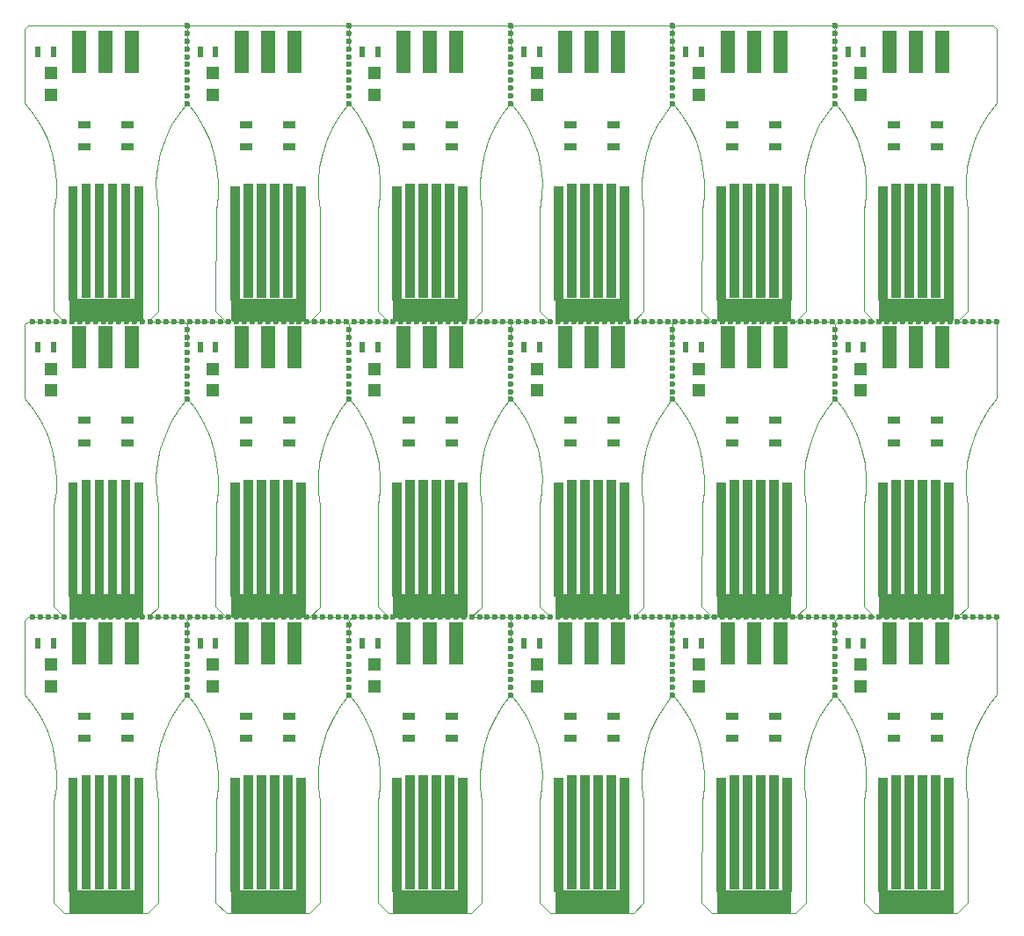
<source format=gbr>
%TF.GenerationSoftware,KiCad,Pcbnew,5.1.6-c6e7f7d~86~ubuntu18.04.1*%
%TF.CreationDate,2020-06-11T11:06:45+02:00*%
%TF.ProjectId,AVR_ISP_With_POGO_Pin_panelized_corrected,4156525f-4953-4505-9f57-6974685f504f,rev?*%
%TF.SameCoordinates,Original*%
%TF.FileFunction,Soldermask,Top*%
%TF.FilePolarity,Negative*%
%FSLAX46Y46*%
G04 Gerber Fmt 4.6, Leading zero omitted, Abs format (unit mm)*
G04 Created by KiCad (PCBNEW 5.1.6-c6e7f7d~86~ubuntu18.04.1) date 2020-06-11 11:06:45*
%MOMM*%
%LPD*%
G01*
G04 APERTURE LIST*
%TA.AperFunction,Profile*%
%ADD10C,0.100000*%
%TD*%
%ADD11C,0.600000*%
%ADD12R,0.304800X11.000000*%
%ADD13R,0.404800X11.100000*%
%ADD14R,1.400000X4.100000*%
%ADD15R,1.150000X0.750000*%
%ADD16R,0.600000X1.000000*%
%ADD17R,1.298880X1.298880*%
%ADD18C,0.254000*%
G04 APERTURE END LIST*
D10*
X65601000Y-78789900D02*
X65601800Y-80846800D01*
X65300500Y-78499200D02*
X65601000Y-78789900D01*
X61802400Y-78499000D02*
X65300500Y-78499200D01*
X62801000Y-77500100D02*
X61802400Y-78499000D01*
X62801000Y-67700000D02*
X62801000Y-77500100D01*
X62632800Y-66331600D02*
X62801000Y-67700000D01*
X62617000Y-64953100D02*
X62632800Y-66331600D01*
X62753800Y-63581400D02*
X62617000Y-64953100D01*
X63041500Y-62233100D02*
X62753800Y-63581400D01*
X63476400Y-60925000D02*
X63041500Y-62233100D01*
X64053500Y-59673000D02*
X63476400Y-60925000D01*
X64765400Y-58492600D02*
X64053500Y-59673000D01*
X65601800Y-57400300D02*
X64765400Y-58492600D01*
X66446300Y-58498900D02*
X65601800Y-57400300D01*
X67162800Y-59684300D02*
X66446300Y-58498900D01*
X67742800Y-60942300D02*
X67162800Y-59684300D01*
X68178900Y-62257000D02*
X67742800Y-60942300D01*
X68465800Y-63612200D02*
X68178900Y-62257000D01*
X68599800Y-64990900D02*
X68465800Y-63612200D01*
X68579300Y-66376000D02*
X68599800Y-64990900D01*
X68404500Y-67750300D02*
X68579300Y-66376000D01*
X68381800Y-77480100D02*
X68404500Y-67750300D01*
X69400400Y-78499000D02*
X68381800Y-77480100D01*
X65902200Y-78499200D02*
X69400400Y-78499000D01*
X65601800Y-78799900D02*
X65902200Y-78499200D01*
X65601800Y-80846800D02*
X65601800Y-78799900D01*
X81203800Y-78789900D02*
X81204500Y-80606800D01*
X80903300Y-78499100D02*
X81203800Y-78789900D01*
X77405200Y-78499000D02*
X80903300Y-78499100D01*
X78403800Y-77500100D02*
X77405200Y-78499000D01*
X78403800Y-67700000D02*
X78403800Y-77500100D01*
X78235600Y-66331600D02*
X78403800Y-67700000D01*
X78219800Y-64953100D02*
X78235600Y-66331600D01*
X78356600Y-63581400D02*
X78219800Y-64953100D01*
X78644200Y-62233100D02*
X78356600Y-63581400D01*
X79079200Y-60925000D02*
X78644200Y-62233100D01*
X79656200Y-59673000D02*
X79079200Y-60925000D01*
X80368200Y-58492600D02*
X79656200Y-59673000D01*
X81204600Y-57400300D02*
X80368200Y-58492600D01*
X82049000Y-58498900D02*
X81204600Y-57400300D01*
X82765600Y-59684300D02*
X82049000Y-58498900D01*
X83345600Y-60942300D02*
X82765600Y-59684300D01*
X83781700Y-62257000D02*
X83345600Y-60942300D01*
X84068600Y-63612200D02*
X83781700Y-62257000D01*
X84202600Y-64990900D02*
X84068600Y-63612200D01*
X84182100Y-66376000D02*
X84202600Y-64990900D01*
X84007300Y-67750300D02*
X84182100Y-66376000D01*
X83984500Y-77480100D02*
X84007300Y-67750300D01*
X85003100Y-78499000D02*
X83984500Y-77480100D01*
X81505000Y-78499100D02*
X85003100Y-78499000D01*
X81204500Y-78799900D02*
X81505000Y-78499100D01*
X81204500Y-80606800D02*
X81204500Y-78799900D01*
X96806500Y-78789900D02*
X96807300Y-80811700D01*
X96506000Y-78499200D02*
X96806500Y-78789900D01*
X93007900Y-78499000D02*
X96506000Y-78499200D01*
X94006500Y-77500100D02*
X93007900Y-78499000D01*
X94006500Y-67700000D02*
X94006500Y-77500100D01*
X93838400Y-66331600D02*
X94006500Y-67700000D01*
X93822600Y-64953100D02*
X93838400Y-66331600D01*
X93959400Y-63581400D02*
X93822600Y-64953100D01*
X94247000Y-62233100D02*
X93959400Y-63581400D01*
X94682000Y-60925000D02*
X94247000Y-62233100D01*
X95259000Y-59673000D02*
X94682000Y-60925000D01*
X95970900Y-58492600D02*
X95259000Y-59673000D01*
X96807300Y-57400300D02*
X95970900Y-58492600D01*
X97651800Y-58498900D02*
X96807300Y-57400300D01*
X98368400Y-59684300D02*
X97651800Y-58498900D01*
X98948300Y-60942300D02*
X98368400Y-59684300D01*
X99384500Y-62257000D02*
X98948300Y-60942300D01*
X99671300Y-63612200D02*
X99384500Y-62257000D01*
X99805300Y-64990900D02*
X99671300Y-63612200D01*
X99784800Y-66376000D02*
X99805300Y-64990900D01*
X99610000Y-67750300D02*
X99784800Y-66376000D01*
X99587300Y-77480100D02*
X99610000Y-67750300D01*
X100605900Y-78499000D02*
X99587300Y-77480100D01*
X97107700Y-78499200D02*
X100605900Y-78499000D01*
X96807300Y-78799900D02*
X97107700Y-78499200D01*
X96807300Y-80811700D02*
X96807300Y-78799900D01*
X112409300Y-78789900D02*
X112410100Y-80830600D01*
X112108800Y-78499200D02*
X112409300Y-78789900D01*
X108610700Y-78499000D02*
X112108800Y-78499200D01*
X109609300Y-77500100D02*
X108610700Y-78499000D01*
X109609300Y-67700000D02*
X109609300Y-77500100D01*
X109441200Y-66331600D02*
X109609300Y-67700000D01*
X109425400Y-64953100D02*
X109441200Y-66331600D01*
X109562100Y-63581400D02*
X109425400Y-64953100D01*
X109849800Y-62233100D02*
X109562100Y-63581400D01*
X110284800Y-60925000D02*
X109849800Y-62233100D01*
X110861800Y-59673000D02*
X110284800Y-60925000D01*
X111573700Y-58492600D02*
X110861800Y-59673000D01*
X112410100Y-57400300D02*
X111573700Y-58492600D01*
X113254600Y-58498900D02*
X112410100Y-57400300D01*
X113971200Y-59684300D02*
X113254600Y-58498900D01*
X114551100Y-60942300D02*
X113971200Y-59684300D01*
X114987300Y-62257000D02*
X114551100Y-60942300D01*
X115274100Y-63612200D02*
X114987300Y-62257000D01*
X115408100Y-64990900D02*
X115274100Y-63612200D01*
X115387600Y-66376000D02*
X115408100Y-64990900D01*
X115212800Y-67750300D02*
X115387600Y-66376000D01*
X115190100Y-77480100D02*
X115212800Y-67750300D01*
X116208700Y-78499000D02*
X115190100Y-77480100D01*
X112710500Y-78499200D02*
X116208700Y-78499000D01*
X112410100Y-78799900D02*
X112710500Y-78499200D01*
X112410100Y-80830600D02*
X112410100Y-78799900D01*
X128012100Y-78789900D02*
X128012900Y-80849800D01*
X127711600Y-78499200D02*
X128012100Y-78789900D01*
X124213500Y-78499000D02*
X127711600Y-78499200D01*
X125212100Y-77500100D02*
X124213500Y-78499000D01*
X125212100Y-67700000D02*
X125212100Y-77500100D01*
X125043900Y-66331600D02*
X125212100Y-67700000D01*
X125028100Y-64953100D02*
X125043900Y-66331600D01*
X125164900Y-63581400D02*
X125028100Y-64953100D01*
X125452500Y-62233100D02*
X125164900Y-63581400D01*
X125887500Y-60925000D02*
X125452500Y-62233100D01*
X126464500Y-59673000D02*
X125887500Y-60925000D01*
X127176500Y-58492600D02*
X126464500Y-59673000D01*
X128012900Y-57400300D02*
X127176500Y-58492600D01*
X128857400Y-58498900D02*
X128012900Y-57400300D01*
X129573900Y-59684300D02*
X128857400Y-58498900D01*
X130153900Y-60942300D02*
X129573900Y-59684300D01*
X130590000Y-62257000D02*
X130153900Y-60942300D01*
X130876900Y-63612200D02*
X130590000Y-62257000D01*
X131010900Y-64990900D02*
X130876900Y-63612200D01*
X130990400Y-66376000D02*
X131010900Y-64990900D01*
X130815600Y-67750300D02*
X130990400Y-66376000D01*
X130792900Y-77480100D02*
X130815600Y-67750300D01*
X131811500Y-78499000D02*
X130792900Y-77480100D01*
X128313300Y-78499200D02*
X131811500Y-78499000D01*
X128012900Y-78799900D02*
X128313300Y-78499200D01*
X128012900Y-80849800D02*
X128012900Y-78799900D01*
X65601000Y-107289900D02*
X65601800Y-109346900D01*
X65300500Y-106999200D02*
X65601000Y-107289900D01*
X61802400Y-106999000D02*
X65300500Y-106999200D01*
X62801000Y-106000100D02*
X61802400Y-106999000D01*
X62801000Y-96200000D02*
X62801000Y-106000100D01*
X62632800Y-94831600D02*
X62801000Y-96200000D01*
X62617000Y-93453100D02*
X62632800Y-94831600D01*
X62753800Y-92081400D02*
X62617000Y-93453100D01*
X63041500Y-90733200D02*
X62753800Y-92081400D01*
X63476400Y-89425000D02*
X63041500Y-90733200D01*
X64053500Y-88173100D02*
X63476400Y-89425000D01*
X64765400Y-86992600D02*
X64053500Y-88173100D01*
X65601800Y-85900300D02*
X64765400Y-86992600D01*
X66446300Y-86998900D02*
X65601800Y-85900300D01*
X67162800Y-88184300D02*
X66446300Y-86998900D01*
X67742800Y-89442300D02*
X67162800Y-88184300D01*
X68178900Y-90757000D02*
X67742800Y-89442300D01*
X68465800Y-92112200D02*
X68178900Y-90757000D01*
X68599800Y-93490900D02*
X68465800Y-92112200D01*
X68579300Y-94876000D02*
X68599800Y-93490900D01*
X68404500Y-96250300D02*
X68579300Y-94876000D01*
X68381800Y-105980100D02*
X68404500Y-96250300D01*
X69400400Y-106999000D02*
X68381800Y-105980100D01*
X65902200Y-106999200D02*
X69400400Y-106999000D01*
X65601800Y-107299900D02*
X65902200Y-106999200D01*
X65601800Y-109346900D02*
X65601800Y-107299900D01*
X81203800Y-107289900D02*
X81204500Y-109106800D01*
X80903300Y-106999100D02*
X81203800Y-107289900D01*
X77405200Y-106999000D02*
X80903300Y-106999100D01*
X78403800Y-106000100D02*
X77405200Y-106999000D01*
X78403800Y-96200000D02*
X78403800Y-106000100D01*
X78235600Y-94831600D02*
X78403800Y-96200000D01*
X78219800Y-93453100D02*
X78235600Y-94831600D01*
X78356600Y-92081400D02*
X78219800Y-93453100D01*
X78644200Y-90733200D02*
X78356600Y-92081400D01*
X79079200Y-89425000D02*
X78644200Y-90733200D01*
X79656200Y-88173100D02*
X79079200Y-89425000D01*
X80368200Y-86992600D02*
X79656200Y-88173100D01*
X81204600Y-85900300D02*
X80368200Y-86992600D01*
X82049000Y-86998900D02*
X81204600Y-85900300D01*
X82765600Y-88184300D02*
X82049000Y-86998900D01*
X83345600Y-89442300D02*
X82765600Y-88184300D01*
X83781700Y-90757000D02*
X83345600Y-89442300D01*
X84068600Y-92112200D02*
X83781700Y-90757000D01*
X84202600Y-93490900D02*
X84068600Y-92112200D01*
X84182100Y-94876000D02*
X84202600Y-93490900D01*
X84007300Y-96250300D02*
X84182100Y-94876000D01*
X83984500Y-105980100D02*
X84007300Y-96250300D01*
X85003100Y-106999000D02*
X83984500Y-105980100D01*
X81505000Y-106999100D02*
X85003100Y-106999000D01*
X81204500Y-107299900D02*
X81505000Y-106999100D01*
X81204500Y-109106800D02*
X81204500Y-107299900D01*
X96806500Y-107289900D02*
X96807300Y-109311700D01*
X96506000Y-106999200D02*
X96806500Y-107289900D01*
X93007900Y-106999000D02*
X96506000Y-106999200D01*
X94006500Y-106000100D02*
X93007900Y-106999000D01*
X94006500Y-96200000D02*
X94006500Y-106000100D01*
X93838400Y-94831600D02*
X94006500Y-96200000D01*
X93822600Y-93453100D02*
X93838400Y-94831600D01*
X93959400Y-92081400D02*
X93822600Y-93453100D01*
X94247000Y-90733200D02*
X93959400Y-92081400D01*
X94682000Y-89425000D02*
X94247000Y-90733200D01*
X95259000Y-88173100D02*
X94682000Y-89425000D01*
X95970900Y-86992600D02*
X95259000Y-88173100D01*
X96807400Y-85900300D02*
X95970900Y-86992600D01*
X97651800Y-86998900D02*
X96807400Y-85900300D01*
X98368400Y-88184300D02*
X97651800Y-86998900D01*
X98948300Y-89442300D02*
X98368400Y-88184300D01*
X99384500Y-90757000D02*
X98948300Y-89442300D01*
X99671300Y-92112200D02*
X99384500Y-90757000D01*
X99805300Y-93490900D02*
X99671300Y-92112200D01*
X99784800Y-94876000D02*
X99805300Y-93490900D01*
X99610000Y-96250300D02*
X99784800Y-94876000D01*
X99587300Y-105980100D02*
X99610000Y-96250300D01*
X100605900Y-106999000D02*
X99587300Y-105980100D01*
X97107700Y-106999200D02*
X100605900Y-106999000D01*
X96807300Y-107299900D02*
X97107700Y-106999200D01*
X96807300Y-109311700D02*
X96807300Y-107299900D01*
X112409300Y-107289900D02*
X112410100Y-109330600D01*
X112108800Y-106999200D02*
X112409300Y-107289900D01*
X108610700Y-106999000D02*
X112108800Y-106999200D01*
X109609300Y-106000100D02*
X108610700Y-106999000D01*
X109609300Y-96200000D02*
X109609300Y-106000100D01*
X109441200Y-94831600D02*
X109609300Y-96200000D01*
X109425400Y-93453100D02*
X109441200Y-94831600D01*
X109562100Y-92081400D02*
X109425400Y-93453100D01*
X109849800Y-90733200D02*
X109562100Y-92081400D01*
X110284800Y-89425000D02*
X109849800Y-90733200D01*
X110861800Y-88173100D02*
X110284800Y-89425000D01*
X111573700Y-86992600D02*
X110861800Y-88173100D01*
X112410100Y-85900300D02*
X111573700Y-86992600D01*
X113254600Y-86998900D02*
X112410100Y-85900300D01*
X113971200Y-88184300D02*
X113254600Y-86998900D01*
X114551100Y-89442300D02*
X113971200Y-88184300D01*
X114987300Y-90757000D02*
X114551100Y-89442300D01*
X115274100Y-92112200D02*
X114987300Y-90757000D01*
X115408100Y-93490900D02*
X115274100Y-92112200D01*
X115387600Y-94876000D02*
X115408100Y-93490900D01*
X115212800Y-96250300D02*
X115387600Y-94876000D01*
X115190100Y-105980100D02*
X115212800Y-96250300D01*
X116208700Y-106999000D02*
X115190100Y-105980100D01*
X112710500Y-106999200D02*
X116208700Y-106999000D01*
X112410100Y-107299900D02*
X112710500Y-106999200D01*
X112410100Y-109330600D02*
X112410100Y-107299900D01*
X128012100Y-107289900D02*
X128012900Y-109349800D01*
X127711600Y-106999200D02*
X128012100Y-107289900D01*
X124213500Y-106999000D02*
X127711600Y-106999200D01*
X125212100Y-106000100D02*
X124213500Y-106999000D01*
X125212100Y-96200000D02*
X125212100Y-106000100D01*
X125043900Y-94831600D02*
X125212100Y-96200000D01*
X125028100Y-93453100D02*
X125043900Y-94831600D01*
X125164900Y-92081400D02*
X125028100Y-93453100D01*
X125452500Y-90733200D02*
X125164900Y-92081400D01*
X125887500Y-89425000D02*
X125452500Y-90733200D01*
X126464500Y-88173100D02*
X125887500Y-89425000D01*
X127176500Y-86992600D02*
X126464500Y-88173100D01*
X128012900Y-85900300D02*
X127176500Y-86992600D01*
X128857400Y-86998900D02*
X128012900Y-85900300D01*
X129573900Y-88184300D02*
X128857400Y-86998900D01*
X130153900Y-89442300D02*
X129573900Y-88184300D01*
X130590000Y-90757000D02*
X130153900Y-89442300D01*
X130876900Y-92112200D02*
X130590000Y-90757000D01*
X131010900Y-93490900D02*
X130876900Y-92112200D01*
X130990400Y-94876000D02*
X131010900Y-93490900D01*
X130815600Y-96250300D02*
X130990400Y-94876000D01*
X130792900Y-105980100D02*
X130815600Y-96250300D01*
X131811500Y-106999000D02*
X130792900Y-105980100D01*
X128313300Y-106999200D02*
X131811500Y-106999000D01*
X128012900Y-107299900D02*
X128313300Y-106999200D01*
X128012900Y-109349800D02*
X128012900Y-107299900D01*
X140814900Y-106000100D02*
X139816300Y-106999000D01*
X140814900Y-96200000D02*
X140814900Y-106000100D01*
X140646700Y-94831600D02*
X140814900Y-96200000D01*
X140630900Y-93453100D02*
X140646700Y-94831600D01*
X140767700Y-92081400D02*
X140630900Y-93453100D01*
X141055300Y-90733200D02*
X140767700Y-92081400D01*
X141490300Y-89425000D02*
X141055300Y-90733200D01*
X142067300Y-88173100D02*
X141490300Y-89425000D01*
X142779300Y-86992600D02*
X142067300Y-88173100D01*
X143617600Y-85897500D02*
X142779300Y-86992600D01*
X143614800Y-78789500D02*
X143617600Y-85897500D01*
X143314000Y-78499000D02*
X143614800Y-78789500D01*
X139816300Y-78499000D02*
X143314000Y-78499000D01*
X140814900Y-77500100D02*
X139816300Y-78499000D01*
X140814900Y-67700000D02*
X140814900Y-77500100D01*
X140646700Y-66331600D02*
X140814900Y-67700000D01*
X140630900Y-64953100D02*
X140646700Y-66331600D01*
X140767700Y-63581400D02*
X140630900Y-64953100D01*
X141055300Y-62233100D02*
X140767700Y-63581400D01*
X141490300Y-60925000D02*
X141055300Y-62233100D01*
X142067300Y-59673000D02*
X141490300Y-60925000D01*
X142779300Y-58492600D02*
X142067300Y-59673000D01*
X143617600Y-57397500D02*
X142779300Y-58492600D01*
X143614900Y-50290000D02*
X143617600Y-57397500D01*
X143314400Y-49999200D02*
X143614900Y-50290000D01*
X128313700Y-49999000D02*
X143314400Y-49999200D01*
X128012900Y-50299900D02*
X128313700Y-49999000D01*
X128012900Y-52349800D02*
X128012900Y-50299900D01*
X128012100Y-50289900D02*
X128012900Y-52349800D01*
X127711100Y-49999000D02*
X128012100Y-50289900D01*
X112710900Y-49999000D02*
X127711100Y-49999000D01*
X112410100Y-50299900D02*
X112710900Y-49999000D01*
X112410100Y-52330600D02*
X112410100Y-50299900D01*
X112409300Y-50289900D02*
X112410100Y-52330600D01*
X112108300Y-49999000D02*
X112409300Y-50289900D01*
X97108100Y-49999000D02*
X112108300Y-49999000D01*
X96807300Y-50299900D02*
X97108100Y-49999000D01*
X96807300Y-52311700D02*
X96807300Y-50299900D01*
X96806500Y-50289900D02*
X96807300Y-52311700D01*
X96505500Y-49999000D02*
X96806500Y-50289900D01*
X81505400Y-49999000D02*
X96505500Y-49999000D01*
X81204500Y-50299900D02*
X81505400Y-49999000D01*
X81204500Y-52106800D02*
X81204500Y-50299900D01*
X81203800Y-50289900D02*
X81204500Y-52106800D01*
X80902900Y-49999000D02*
X81203800Y-50289900D01*
X65902700Y-49999000D02*
X80902900Y-49999000D01*
X65601800Y-50299900D02*
X65902700Y-49999000D01*
X65601800Y-52346800D02*
X65601800Y-50299900D01*
X65601000Y-50289900D02*
X65601800Y-52346800D01*
X65300100Y-49999000D02*
X65601000Y-50289900D01*
X50300000Y-49999000D02*
X65300100Y-49999000D01*
X49999200Y-50299400D02*
X50300000Y-49999000D01*
X49999000Y-57400200D02*
X49999200Y-50299400D01*
X50843500Y-58498900D02*
X49999000Y-57400200D01*
X51560100Y-59684300D02*
X50843500Y-58498900D01*
X52140000Y-60942300D02*
X51560100Y-59684300D01*
X52576200Y-62257000D02*
X52140000Y-60942300D01*
X52863000Y-63612200D02*
X52576200Y-62257000D01*
X52997000Y-64990900D02*
X52863000Y-63612200D01*
X52976500Y-66376000D02*
X52997000Y-64990900D01*
X52801700Y-67750300D02*
X52976500Y-66376000D01*
X52779000Y-77480100D02*
X52801700Y-67750300D01*
X53797600Y-78499000D02*
X52779000Y-77480100D01*
X50299900Y-78499000D02*
X53797600Y-78499000D01*
X49999100Y-78799500D02*
X50299900Y-78499000D01*
X49999000Y-85900100D02*
X49999100Y-78799500D01*
X50843500Y-86998900D02*
X49999000Y-85900100D01*
X51560100Y-88184300D02*
X50843500Y-86998900D01*
X52140000Y-89442300D02*
X51560100Y-88184300D01*
X52576200Y-90757000D02*
X52140000Y-89442300D01*
X52863000Y-92112200D02*
X52576200Y-90757000D01*
X52997000Y-93490900D02*
X52863000Y-92112200D01*
X52976500Y-94876000D02*
X52997000Y-93490900D01*
X52801700Y-96250300D02*
X52976500Y-94876000D01*
X52779000Y-105980100D02*
X52801700Y-96250300D01*
X53797600Y-106999000D02*
X52779000Y-105980100D01*
X50299900Y-106999000D02*
X53797600Y-106999000D01*
X49999100Y-107299500D02*
X50299900Y-106999000D01*
X49999000Y-114400000D02*
X49999100Y-107299500D01*
X50843500Y-115498900D02*
X49999000Y-114400000D01*
X51560100Y-116684300D02*
X50843500Y-115498900D01*
X52140000Y-117942300D02*
X51560100Y-116684300D01*
X52576200Y-119257100D02*
X52140000Y-117942300D01*
X52863000Y-120612200D02*
X52576200Y-119257100D01*
X52997000Y-121990900D02*
X52863000Y-120612200D01*
X52976500Y-123376000D02*
X52997000Y-121990900D01*
X52801700Y-124750300D02*
X52976500Y-123376000D01*
X52779000Y-134480100D02*
X52801700Y-124750300D01*
X53799400Y-135500800D02*
X52779000Y-134480100D01*
X61800100Y-135501000D02*
X53799400Y-135500800D01*
X62800900Y-134500500D02*
X61800100Y-135501000D01*
X62801000Y-124700000D02*
X62800900Y-134500500D01*
X62632800Y-123331600D02*
X62801000Y-124700000D01*
X62617000Y-121953100D02*
X62632800Y-123331600D01*
X62753800Y-120581400D02*
X62617000Y-121953100D01*
X63041500Y-119233200D02*
X62753800Y-120581400D01*
X63476400Y-117925000D02*
X63041500Y-119233200D01*
X64053500Y-116673100D02*
X63476400Y-117925000D01*
X64765400Y-115492600D02*
X64053500Y-116673100D01*
X65601800Y-114400300D02*
X64765400Y-115492600D01*
X66446300Y-115498900D02*
X65601800Y-114400300D01*
X67162800Y-116684300D02*
X66446300Y-115498900D01*
X67742800Y-117942300D02*
X67162800Y-116684300D01*
X68178900Y-119257100D02*
X67742800Y-117942300D01*
X68465800Y-120612200D02*
X68178900Y-119257100D01*
X68599800Y-121990900D02*
X68465800Y-120612200D01*
X68579300Y-123376000D02*
X68599800Y-121990900D01*
X68404500Y-124750300D02*
X68579300Y-123376000D01*
X68381800Y-134480100D02*
X68404500Y-124750300D01*
X69402200Y-135500800D02*
X68381800Y-134480100D01*
X77402900Y-135501000D02*
X69402200Y-135500800D01*
X78403700Y-134500500D02*
X77402900Y-135501000D01*
X78403800Y-124700000D02*
X78403700Y-134500500D01*
X78235600Y-123331600D02*
X78403800Y-124700000D01*
X78219800Y-121953100D02*
X78235600Y-123331600D01*
X78356600Y-120581400D02*
X78219800Y-121953100D01*
X78644200Y-119233200D02*
X78356600Y-120581400D01*
X79079200Y-117925000D02*
X78644200Y-119233200D01*
X79656200Y-116673100D02*
X79079200Y-117925000D01*
X80368200Y-115492600D02*
X79656200Y-116673100D01*
X81204600Y-114400300D02*
X80368200Y-115492600D01*
X82049000Y-115498900D02*
X81204600Y-114400300D01*
X82765600Y-116684300D02*
X82049000Y-115498900D01*
X83345600Y-117942300D02*
X82765600Y-116684300D01*
X83781700Y-119257100D02*
X83345600Y-117942300D01*
X84068600Y-120612200D02*
X83781700Y-119257100D01*
X84202600Y-121990900D02*
X84068600Y-120612200D01*
X84182100Y-123376000D02*
X84202600Y-121990900D01*
X84007300Y-124750300D02*
X84182100Y-123376000D01*
X83984600Y-134480500D02*
X84007300Y-124750300D01*
X85005400Y-135501000D02*
X83984600Y-134480500D01*
X93006000Y-135500900D02*
X85005400Y-135501000D01*
X94006500Y-134500100D02*
X93006000Y-135500900D01*
X94006500Y-124700000D02*
X94006500Y-134500100D01*
X93838400Y-123331600D02*
X94006500Y-124700000D01*
X93822600Y-121953100D02*
X93838400Y-123331600D01*
X93959400Y-120581400D02*
X93822600Y-121953100D01*
X94247000Y-119233200D02*
X93959400Y-120581400D01*
X94682000Y-117925000D02*
X94247000Y-119233200D01*
X95259000Y-116673100D02*
X94682000Y-117925000D01*
X95970900Y-115492600D02*
X95259000Y-116673100D01*
X96807400Y-114400300D02*
X95970900Y-115492600D01*
X97651800Y-115498900D02*
X96807400Y-114400300D01*
X98368400Y-116684300D02*
X97651800Y-115498900D01*
X98948300Y-117942300D02*
X98368400Y-116684300D01*
X99384500Y-119257100D02*
X98948300Y-117942300D01*
X99671300Y-120612200D02*
X99384500Y-119257100D01*
X99805300Y-121990900D02*
X99671300Y-120612200D01*
X99784800Y-123376000D02*
X99805300Y-121990900D01*
X99610000Y-124750300D02*
X99784800Y-123376000D01*
X99587400Y-134480500D02*
X99610000Y-124750300D01*
X100608200Y-135501000D02*
X99587400Y-134480500D01*
X108608700Y-135500900D02*
X100608200Y-135501000D01*
X109609300Y-134500100D02*
X108608700Y-135500900D01*
X109609300Y-124700000D02*
X109609300Y-134500100D01*
X109441200Y-123331600D02*
X109609300Y-124700000D01*
X109425400Y-121953100D02*
X109441200Y-123331600D01*
X109562100Y-120581400D02*
X109425400Y-121953100D01*
X109849800Y-119233200D02*
X109562100Y-120581400D01*
X110284800Y-117925000D02*
X109849800Y-119233200D01*
X110861800Y-116673100D02*
X110284800Y-117925000D01*
X111573700Y-115492600D02*
X110861800Y-116673100D01*
X112410100Y-114400300D02*
X111573700Y-115492600D01*
X113254600Y-115498900D02*
X112410100Y-114400300D01*
X113971200Y-116684300D02*
X113254600Y-115498900D01*
X114551100Y-117942300D02*
X113971200Y-116684300D01*
X114987300Y-119257100D02*
X114551100Y-117942300D01*
X115274100Y-120612200D02*
X114987300Y-119257100D01*
X115408100Y-121990900D02*
X115274100Y-120612200D01*
X115387600Y-123376000D02*
X115408100Y-121990900D01*
X115212800Y-124750300D02*
X115387600Y-123376000D01*
X115190200Y-134480500D02*
X115212800Y-124750300D01*
X116211000Y-135501000D02*
X115190200Y-134480500D01*
X124211400Y-135501000D02*
X116211000Y-135501000D01*
X125212100Y-134500100D02*
X124211400Y-135501000D01*
X125212100Y-124700000D02*
X125212100Y-134500100D01*
X125043900Y-123331600D02*
X125212100Y-124700000D01*
X125028100Y-121953100D02*
X125043900Y-123331600D01*
X125164900Y-120581400D02*
X125028100Y-121953100D01*
X125452500Y-119233200D02*
X125164900Y-120581400D01*
X125887500Y-117925000D02*
X125452500Y-119233200D01*
X126464500Y-116673100D02*
X125887500Y-117925000D01*
X127176500Y-115492600D02*
X126464500Y-116673100D01*
X128012900Y-114400300D02*
X127176500Y-115492600D01*
X128857400Y-115498900D02*
X128012900Y-114400300D01*
X129573900Y-116684300D02*
X128857400Y-115498900D01*
X130153900Y-117942300D02*
X129573900Y-116684300D01*
X130590000Y-119257100D02*
X130153900Y-117942300D01*
X130876900Y-120612200D02*
X130590000Y-119257100D01*
X131010900Y-121990900D02*
X130876900Y-120612200D01*
X130990400Y-123376000D02*
X131010900Y-121990900D01*
X130815600Y-124750300D02*
X130990400Y-123376000D01*
X130793000Y-134480500D02*
X130815600Y-124750300D01*
X131813800Y-135501000D02*
X130793000Y-134480500D01*
X139814200Y-135501000D02*
X131813800Y-135501000D01*
X140814900Y-134500100D02*
X139814200Y-135501000D01*
X140814900Y-124700000D02*
X140814900Y-134500100D01*
X140646700Y-123331600D02*
X140814900Y-124700000D01*
X140630900Y-121953100D02*
X140646700Y-123331600D01*
X140767700Y-120581400D02*
X140630900Y-121953100D01*
X141055300Y-119233200D02*
X140767700Y-120581400D01*
X141490300Y-117925000D02*
X141055300Y-119233200D01*
X142067300Y-116673100D02*
X141490300Y-117925000D01*
X142779300Y-115492600D02*
X142067300Y-116673100D01*
X143617600Y-114397400D02*
X142779300Y-115492600D01*
X143614800Y-107289500D02*
X143617600Y-114397400D01*
X143314000Y-106999000D02*
X143614800Y-107289500D01*
X139816300Y-106999000D02*
X143314000Y-106999000D01*
D11*
%TO.C,REF\u002A\u002A*%
X128013870Y-50000000D03*
%TD*%
%TO.C,REF\u002A\u002A*%
X128013870Y-50750000D03*
%TD*%
%TO.C,REF\u002A\u002A*%
X128013870Y-51500000D03*
%TD*%
%TO.C,REF\u002A\u002A*%
X128013870Y-52250001D03*
%TD*%
%TO.C,REF\u002A\u002A*%
X128013870Y-53000001D03*
%TD*%
%TO.C,REF\u002A\u002A*%
X128013870Y-53750001D03*
%TD*%
%TO.C,REF\u002A\u002A*%
X128013870Y-54500002D03*
%TD*%
%TO.C,REF\u002A\u002A*%
X128013870Y-55250002D03*
%TD*%
%TO.C,REF\u002A\u002A*%
X128013870Y-56000002D03*
%TD*%
%TO.C,REF\u002A\u002A*%
X128013870Y-56750003D03*
%TD*%
%TO.C,REF\u002A\u002A*%
X128013870Y-57500003D03*
%TD*%
%TO.C,REF\u002A\u002A*%
X128013870Y-79250013D03*
%TD*%
%TO.C,REF\u002A\u002A*%
X128013870Y-80000013D03*
%TD*%
%TO.C,REF\u002A\u002A*%
X128013870Y-80750014D03*
%TD*%
%TO.C,REF\u002A\u002A*%
X128013870Y-81500014D03*
%TD*%
%TO.C,REF\u002A\u002A*%
X128013870Y-82250014D03*
%TD*%
%TO.C,REF\u002A\u002A*%
X128013870Y-83000015D03*
%TD*%
%TO.C,REF\u002A\u002A*%
X128013870Y-83750015D03*
%TD*%
%TO.C,REF\u002A\u002A*%
X128013870Y-84500015D03*
%TD*%
%TO.C,REF\u002A\u002A*%
X128013870Y-85250016D03*
%TD*%
%TO.C,REF\u002A\u002A*%
X128013870Y-86000016D03*
%TD*%
%TO.C,REF\u002A\u002A*%
X128013870Y-107750026D03*
%TD*%
%TO.C,REF\u002A\u002A*%
X128013870Y-108500026D03*
%TD*%
%TO.C,REF\u002A\u002A*%
X128013870Y-109250027D03*
%TD*%
%TO.C,REF\u002A\u002A*%
X128013870Y-110000027D03*
%TD*%
%TO.C,REF\u002A\u002A*%
X128013870Y-110750027D03*
%TD*%
%TO.C,REF\u002A\u002A*%
X128013870Y-111500028D03*
%TD*%
%TO.C,REF\u002A\u002A*%
X128013870Y-112250028D03*
%TD*%
%TO.C,REF\u002A\u002A*%
X128013870Y-113000028D03*
%TD*%
%TO.C,REF\u002A\u002A*%
X128013870Y-113750029D03*
%TD*%
%TO.C,REF\u002A\u002A*%
X128013870Y-114500029D03*
%TD*%
%TO.C,REF\u002A\u002A*%
X112411096Y-50000000D03*
%TD*%
%TO.C,REF\u002A\u002A*%
X112411096Y-50750000D03*
%TD*%
%TO.C,REF\u002A\u002A*%
X112411096Y-51500000D03*
%TD*%
%TO.C,REF\u002A\u002A*%
X112411096Y-52250001D03*
%TD*%
%TO.C,REF\u002A\u002A*%
X112411096Y-53000001D03*
%TD*%
%TO.C,REF\u002A\u002A*%
X112411096Y-53750001D03*
%TD*%
%TO.C,REF\u002A\u002A*%
X112411096Y-54500002D03*
%TD*%
%TO.C,REF\u002A\u002A*%
X112411096Y-55250002D03*
%TD*%
%TO.C,REF\u002A\u002A*%
X112411096Y-56000002D03*
%TD*%
%TO.C,REF\u002A\u002A*%
X112411096Y-56750003D03*
%TD*%
%TO.C,REF\u002A\u002A*%
X112411096Y-57500003D03*
%TD*%
%TO.C,REF\u002A\u002A*%
X112411096Y-79250013D03*
%TD*%
%TO.C,REF\u002A\u002A*%
X112411096Y-80000013D03*
%TD*%
%TO.C,REF\u002A\u002A*%
X112411096Y-80750014D03*
%TD*%
%TO.C,REF\u002A\u002A*%
X112411096Y-81500014D03*
%TD*%
%TO.C,REF\u002A\u002A*%
X112411096Y-82250014D03*
%TD*%
%TO.C,REF\u002A\u002A*%
X112411096Y-83000015D03*
%TD*%
%TO.C,REF\u002A\u002A*%
X112411096Y-83750015D03*
%TD*%
%TO.C,REF\u002A\u002A*%
X112411096Y-84500015D03*
%TD*%
%TO.C,REF\u002A\u002A*%
X112411096Y-85250016D03*
%TD*%
%TO.C,REF\u002A\u002A*%
X112411096Y-86000016D03*
%TD*%
%TO.C,REF\u002A\u002A*%
X112411096Y-107750026D03*
%TD*%
%TO.C,REF\u002A\u002A*%
X112411096Y-108500026D03*
%TD*%
%TO.C,REF\u002A\u002A*%
X112411096Y-109250027D03*
%TD*%
%TO.C,REF\u002A\u002A*%
X112411096Y-110000027D03*
%TD*%
%TO.C,REF\u002A\u002A*%
X112411096Y-110750027D03*
%TD*%
%TO.C,REF\u002A\u002A*%
X112411096Y-111500028D03*
%TD*%
%TO.C,REF\u002A\u002A*%
X112411096Y-112250028D03*
%TD*%
%TO.C,REF\u002A\u002A*%
X112411096Y-113000028D03*
%TD*%
%TO.C,REF\u002A\u002A*%
X112411096Y-113750029D03*
%TD*%
%TO.C,REF\u002A\u002A*%
X112411096Y-114500029D03*
%TD*%
%TO.C,REF\u002A\u002A*%
X96808322Y-50000000D03*
%TD*%
%TO.C,REF\u002A\u002A*%
X96808322Y-50750000D03*
%TD*%
%TO.C,REF\u002A\u002A*%
X96808322Y-51500000D03*
%TD*%
%TO.C,REF\u002A\u002A*%
X96808322Y-52250001D03*
%TD*%
%TO.C,REF\u002A\u002A*%
X96808322Y-53000001D03*
%TD*%
%TO.C,REF\u002A\u002A*%
X96808322Y-53750001D03*
%TD*%
%TO.C,REF\u002A\u002A*%
X96808322Y-54500002D03*
%TD*%
%TO.C,REF\u002A\u002A*%
X96808322Y-55250002D03*
%TD*%
%TO.C,REF\u002A\u002A*%
X96808322Y-56000002D03*
%TD*%
%TO.C,REF\u002A\u002A*%
X96808322Y-56750003D03*
%TD*%
%TO.C,REF\u002A\u002A*%
X96808322Y-57500003D03*
%TD*%
%TO.C,REF\u002A\u002A*%
X96808322Y-78500013D03*
%TD*%
%TO.C,REF\u002A\u002A*%
X96808322Y-79250013D03*
%TD*%
%TO.C,REF\u002A\u002A*%
X96808322Y-80000013D03*
%TD*%
%TO.C,REF\u002A\u002A*%
X96808322Y-80750014D03*
%TD*%
%TO.C,REF\u002A\u002A*%
X96808322Y-81500014D03*
%TD*%
%TO.C,REF\u002A\u002A*%
X96808322Y-82250014D03*
%TD*%
%TO.C,REF\u002A\u002A*%
X96808322Y-83000015D03*
%TD*%
%TO.C,REF\u002A\u002A*%
X96808322Y-83750015D03*
%TD*%
%TO.C,REF\u002A\u002A*%
X96808322Y-84500015D03*
%TD*%
%TO.C,REF\u002A\u002A*%
X96808322Y-85250016D03*
%TD*%
%TO.C,REF\u002A\u002A*%
X96808322Y-86000016D03*
%TD*%
%TO.C,REF\u002A\u002A*%
X96808322Y-107000026D03*
%TD*%
%TO.C,REF\u002A\u002A*%
X96808322Y-107750026D03*
%TD*%
%TO.C,REF\u002A\u002A*%
X96808322Y-108500026D03*
%TD*%
%TO.C,REF\u002A\u002A*%
X96808322Y-109250027D03*
%TD*%
%TO.C,REF\u002A\u002A*%
X96808322Y-110000027D03*
%TD*%
%TO.C,REF\u002A\u002A*%
X96808322Y-110750027D03*
%TD*%
%TO.C,REF\u002A\u002A*%
X96808322Y-111500028D03*
%TD*%
%TO.C,REF\u002A\u002A*%
X96808322Y-112250028D03*
%TD*%
%TO.C,REF\u002A\u002A*%
X96808322Y-113000028D03*
%TD*%
%TO.C,REF\u002A\u002A*%
X96808322Y-113750029D03*
%TD*%
%TO.C,REF\u002A\u002A*%
X96808322Y-114500029D03*
%TD*%
%TO.C,REF\u002A\u002A*%
X81205548Y-50000000D03*
%TD*%
%TO.C,REF\u002A\u002A*%
X81205548Y-50750000D03*
%TD*%
%TO.C,REF\u002A\u002A*%
X81205548Y-51500000D03*
%TD*%
%TO.C,REF\u002A\u002A*%
X81205548Y-52250001D03*
%TD*%
%TO.C,REF\u002A\u002A*%
X81205548Y-53000001D03*
%TD*%
%TO.C,REF\u002A\u002A*%
X81205548Y-53750001D03*
%TD*%
%TO.C,REF\u002A\u002A*%
X81205548Y-54500002D03*
%TD*%
%TO.C,REF\u002A\u002A*%
X81205548Y-55250002D03*
%TD*%
%TO.C,REF\u002A\u002A*%
X81205548Y-56000002D03*
%TD*%
%TO.C,REF\u002A\u002A*%
X81205548Y-56750003D03*
%TD*%
%TO.C,REF\u002A\u002A*%
X81205548Y-57500003D03*
%TD*%
%TO.C,REF\u002A\u002A*%
X81205548Y-79250013D03*
%TD*%
%TO.C,REF\u002A\u002A*%
X81205548Y-80000013D03*
%TD*%
%TO.C,REF\u002A\u002A*%
X81205548Y-80750014D03*
%TD*%
%TO.C,REF\u002A\u002A*%
X81205548Y-81500014D03*
%TD*%
%TO.C,REF\u002A\u002A*%
X81205548Y-82250014D03*
%TD*%
%TO.C,REF\u002A\u002A*%
X81205548Y-83000015D03*
%TD*%
%TO.C,REF\u002A\u002A*%
X81205548Y-83750015D03*
%TD*%
%TO.C,REF\u002A\u002A*%
X81205548Y-84500015D03*
%TD*%
%TO.C,REF\u002A\u002A*%
X81205548Y-85250016D03*
%TD*%
%TO.C,REF\u002A\u002A*%
X81205548Y-86000016D03*
%TD*%
%TO.C,REF\u002A\u002A*%
X81205548Y-107750026D03*
%TD*%
%TO.C,REF\u002A\u002A*%
X81205548Y-108500026D03*
%TD*%
%TO.C,REF\u002A\u002A*%
X81205548Y-109250027D03*
%TD*%
%TO.C,REF\u002A\u002A*%
X81205548Y-110000027D03*
%TD*%
%TO.C,REF\u002A\u002A*%
X81205548Y-110750027D03*
%TD*%
%TO.C,REF\u002A\u002A*%
X81205548Y-111500028D03*
%TD*%
%TO.C,REF\u002A\u002A*%
X81205548Y-112250028D03*
%TD*%
%TO.C,REF\u002A\u002A*%
X81205548Y-113000028D03*
%TD*%
%TO.C,REF\u002A\u002A*%
X81205548Y-113750029D03*
%TD*%
%TO.C,REF\u002A\u002A*%
X81205548Y-114500029D03*
%TD*%
%TO.C,REF\u002A\u002A*%
X65602774Y-50000000D03*
%TD*%
%TO.C,REF\u002A\u002A*%
X65602774Y-50750000D03*
%TD*%
%TO.C,REF\u002A\u002A*%
X65602774Y-51500000D03*
%TD*%
%TO.C,REF\u002A\u002A*%
X65602774Y-52250001D03*
%TD*%
%TO.C,REF\u002A\u002A*%
X65602774Y-53000001D03*
%TD*%
%TO.C,REF\u002A\u002A*%
X65602774Y-53750001D03*
%TD*%
%TO.C,REF\u002A\u002A*%
X65602774Y-54500002D03*
%TD*%
%TO.C,REF\u002A\u002A*%
X65602774Y-55250002D03*
%TD*%
%TO.C,REF\u002A\u002A*%
X65602774Y-56000002D03*
%TD*%
%TO.C,REF\u002A\u002A*%
X65602774Y-56750003D03*
%TD*%
%TO.C,REF\u002A\u002A*%
X65602774Y-57500003D03*
%TD*%
%TO.C,REF\u002A\u002A*%
X65602774Y-79250013D03*
%TD*%
%TO.C,REF\u002A\u002A*%
X65602774Y-80000013D03*
%TD*%
%TO.C,REF\u002A\u002A*%
X65602774Y-80750014D03*
%TD*%
%TO.C,REF\u002A\u002A*%
X65602774Y-81500014D03*
%TD*%
%TO.C,REF\u002A\u002A*%
X65602774Y-82250014D03*
%TD*%
%TO.C,REF\u002A\u002A*%
X65602774Y-83000015D03*
%TD*%
%TO.C,REF\u002A\u002A*%
X65602774Y-83750015D03*
%TD*%
%TO.C,REF\u002A\u002A*%
X65602774Y-84500015D03*
%TD*%
%TO.C,REF\u002A\u002A*%
X65602774Y-85250016D03*
%TD*%
%TO.C,REF\u002A\u002A*%
X65602774Y-86000016D03*
%TD*%
%TO.C,REF\u002A\u002A*%
X65602774Y-107750026D03*
%TD*%
%TO.C,REF\u002A\u002A*%
X65602774Y-108500026D03*
%TD*%
%TO.C,REF\u002A\u002A*%
X65602774Y-109250027D03*
%TD*%
%TO.C,REF\u002A\u002A*%
X65602774Y-110000027D03*
%TD*%
%TO.C,REF\u002A\u002A*%
X65602774Y-110750027D03*
%TD*%
%TO.C,REF\u002A\u002A*%
X65602774Y-111500028D03*
%TD*%
%TO.C,REF\u002A\u002A*%
X65602774Y-112250028D03*
%TD*%
%TO.C,REF\u002A\u002A*%
X65602774Y-113000028D03*
%TD*%
%TO.C,REF\u002A\u002A*%
X65602774Y-113750029D03*
%TD*%
%TO.C,REF\u002A\u002A*%
X65602774Y-114500029D03*
%TD*%
%TO.C,REF\u002A\u002A*%
X143616644Y-107000026D03*
%TD*%
%TO.C,REF\u002A\u002A*%
X142861671Y-107000026D03*
%TD*%
%TO.C,REF\u002A\u002A*%
X142106698Y-107000026D03*
%TD*%
%TO.C,REF\u002A\u002A*%
X141351725Y-107000026D03*
%TD*%
%TO.C,REF\u002A\u002A*%
X140596752Y-107000026D03*
%TD*%
%TO.C,REF\u002A\u002A*%
X139841779Y-107000026D03*
%TD*%
%TO.C,REF\u002A\u002A*%
X139086806Y-107000026D03*
%TD*%
%TO.C,REF\u002A\u002A*%
X138331833Y-107000026D03*
%TD*%
%TO.C,REF\u002A\u002A*%
X137576860Y-107000026D03*
%TD*%
%TO.C,REF\u002A\u002A*%
X136821887Y-107000026D03*
%TD*%
%TO.C,REF\u002A\u002A*%
X136066914Y-107000026D03*
%TD*%
%TO.C,REF\u002A\u002A*%
X135311941Y-107000026D03*
%TD*%
%TO.C,REF\u002A\u002A*%
X134556968Y-107000026D03*
%TD*%
%TO.C,REF\u002A\u002A*%
X133801995Y-107000026D03*
%TD*%
%TO.C,REF\u002A\u002A*%
X133047022Y-107000026D03*
%TD*%
%TO.C,REF\u002A\u002A*%
X132292049Y-107000026D03*
%TD*%
%TO.C,REF\u002A\u002A*%
X131537077Y-107000026D03*
%TD*%
%TO.C,REF\u002A\u002A*%
X130782104Y-107000026D03*
%TD*%
%TO.C,REF\u002A\u002A*%
X130027131Y-107000026D03*
%TD*%
%TO.C,REF\u002A\u002A*%
X129272158Y-107000026D03*
%TD*%
%TO.C,REF\u002A\u002A*%
X128517185Y-107000026D03*
%TD*%
%TO.C,REF\u002A\u002A*%
X127762212Y-107000026D03*
%TD*%
%TO.C,REF\u002A\u002A*%
X127007239Y-107000026D03*
%TD*%
%TO.C,REF\u002A\u002A*%
X126252266Y-107000026D03*
%TD*%
%TO.C,REF\u002A\u002A*%
X125497293Y-107000026D03*
%TD*%
%TO.C,REF\u002A\u002A*%
X124742320Y-107000026D03*
%TD*%
%TO.C,REF\u002A\u002A*%
X123987347Y-107000026D03*
%TD*%
%TO.C,REF\u002A\u002A*%
X123232374Y-107000026D03*
%TD*%
%TO.C,REF\u002A\u002A*%
X122477401Y-107000026D03*
%TD*%
%TO.C,REF\u002A\u002A*%
X121722428Y-107000026D03*
%TD*%
%TO.C,REF\u002A\u002A*%
X120967455Y-107000026D03*
%TD*%
%TO.C,REF\u002A\u002A*%
X120212483Y-107000026D03*
%TD*%
%TO.C,REF\u002A\u002A*%
X119457510Y-107000026D03*
%TD*%
%TO.C,REF\u002A\u002A*%
X118702537Y-107000026D03*
%TD*%
%TO.C,REF\u002A\u002A*%
X117947564Y-107000026D03*
%TD*%
%TO.C,REF\u002A\u002A*%
X117192591Y-107000026D03*
%TD*%
%TO.C,REF\u002A\u002A*%
X116437618Y-107000026D03*
%TD*%
%TO.C,REF\u002A\u002A*%
X115682645Y-107000026D03*
%TD*%
%TO.C,REF\u002A\u002A*%
X114927672Y-107000026D03*
%TD*%
%TO.C,REF\u002A\u002A*%
X114172699Y-107000026D03*
%TD*%
%TO.C,REF\u002A\u002A*%
X113417726Y-107000026D03*
%TD*%
%TO.C,REF\u002A\u002A*%
X112662753Y-107000026D03*
%TD*%
%TO.C,REF\u002A\u002A*%
X111907780Y-107000026D03*
%TD*%
%TO.C,REF\u002A\u002A*%
X111152807Y-107000026D03*
%TD*%
%TO.C,REF\u002A\u002A*%
X110397834Y-107000026D03*
%TD*%
%TO.C,REF\u002A\u002A*%
X109642861Y-107000026D03*
%TD*%
%TO.C,REF\u002A\u002A*%
X108887888Y-107000026D03*
%TD*%
%TO.C,REF\u002A\u002A*%
X108132916Y-107000026D03*
%TD*%
%TO.C,REF\u002A\u002A*%
X107377943Y-107000026D03*
%TD*%
%TO.C,REF\u002A\u002A*%
X106622970Y-107000026D03*
%TD*%
%TO.C,REF\u002A\u002A*%
X105867997Y-107000026D03*
%TD*%
%TO.C,REF\u002A\u002A*%
X105113024Y-107000026D03*
%TD*%
%TO.C,REF\u002A\u002A*%
X104358051Y-107000026D03*
%TD*%
%TO.C,REF\u002A\u002A*%
X103603078Y-107000026D03*
%TD*%
%TO.C,REF\u002A\u002A*%
X102848105Y-107000026D03*
%TD*%
%TO.C,REF\u002A\u002A*%
X102093132Y-107000026D03*
%TD*%
%TO.C,REF\u002A\u002A*%
X101338159Y-107000026D03*
%TD*%
%TO.C,REF\u002A\u002A*%
X100583186Y-107000026D03*
%TD*%
%TO.C,REF\u002A\u002A*%
X99828213Y-107000026D03*
%TD*%
%TO.C,REF\u002A\u002A*%
X99073240Y-107000026D03*
%TD*%
%TO.C,REF\u002A\u002A*%
X98318267Y-107000026D03*
%TD*%
%TO.C,REF\u002A\u002A*%
X97563294Y-107000026D03*
%TD*%
%TO.C,REF\u002A\u002A*%
X96808322Y-107000026D03*
%TD*%
%TO.C,REF\u002A\u002A*%
X96053349Y-107000026D03*
%TD*%
%TO.C,REF\u002A\u002A*%
X95298376Y-107000026D03*
%TD*%
%TO.C,REF\u002A\u002A*%
X94543403Y-107000026D03*
%TD*%
%TO.C,REF\u002A\u002A*%
X93788430Y-107000026D03*
%TD*%
%TO.C,REF\u002A\u002A*%
X93033457Y-107000026D03*
%TD*%
%TO.C,REF\u002A\u002A*%
X92278484Y-107000026D03*
%TD*%
%TO.C,REF\u002A\u002A*%
X91523511Y-107000026D03*
%TD*%
%TO.C,REF\u002A\u002A*%
X90768538Y-107000026D03*
%TD*%
%TO.C,REF\u002A\u002A*%
X90013565Y-107000026D03*
%TD*%
%TO.C,REF\u002A\u002A*%
X89258592Y-107000026D03*
%TD*%
%TO.C,REF\u002A\u002A*%
X88503619Y-107000026D03*
%TD*%
%TO.C,REF\u002A\u002A*%
X87748646Y-107000026D03*
%TD*%
%TO.C,REF\u002A\u002A*%
X86993673Y-107000026D03*
%TD*%
%TO.C,REF\u002A\u002A*%
X86238700Y-107000026D03*
%TD*%
%TO.C,REF\u002A\u002A*%
X85483727Y-107000026D03*
%TD*%
%TO.C,REF\u002A\u002A*%
X84728755Y-107000026D03*
%TD*%
%TO.C,REF\u002A\u002A*%
X83973782Y-107000026D03*
%TD*%
%TO.C,REF\u002A\u002A*%
X83218809Y-107000026D03*
%TD*%
%TO.C,REF\u002A\u002A*%
X82463836Y-107000026D03*
%TD*%
%TO.C,REF\u002A\u002A*%
X81708863Y-107000026D03*
%TD*%
%TO.C,REF\u002A\u002A*%
X80953890Y-107000026D03*
%TD*%
%TO.C,REF\u002A\u002A*%
X80198917Y-107000026D03*
%TD*%
%TO.C,REF\u002A\u002A*%
X79443944Y-107000026D03*
%TD*%
%TO.C,REF\u002A\u002A*%
X78688971Y-107000026D03*
%TD*%
%TO.C,REF\u002A\u002A*%
X77933998Y-107000026D03*
%TD*%
%TO.C,REF\u002A\u002A*%
X77179025Y-107000026D03*
%TD*%
%TO.C,REF\u002A\u002A*%
X76424052Y-107000026D03*
%TD*%
%TO.C,REF\u002A\u002A*%
X75669079Y-107000026D03*
%TD*%
%TO.C,REF\u002A\u002A*%
X74914106Y-107000026D03*
%TD*%
%TO.C,REF\u002A\u002A*%
X74159133Y-107000026D03*
%TD*%
%TO.C,REF\u002A\u002A*%
X73404161Y-107000026D03*
%TD*%
%TO.C,REF\u002A\u002A*%
X72649188Y-107000026D03*
%TD*%
%TO.C,REF\u002A\u002A*%
X71894215Y-107000026D03*
%TD*%
%TO.C,REF\u002A\u002A*%
X71139242Y-107000026D03*
%TD*%
%TO.C,REF\u002A\u002A*%
X70384269Y-107000026D03*
%TD*%
%TO.C,REF\u002A\u002A*%
X69629296Y-107000026D03*
%TD*%
%TO.C,REF\u002A\u002A*%
X68874323Y-107000026D03*
%TD*%
%TO.C,REF\u002A\u002A*%
X68119350Y-107000026D03*
%TD*%
%TO.C,REF\u002A\u002A*%
X67364377Y-107000026D03*
%TD*%
%TO.C,REF\u002A\u002A*%
X66609404Y-107000026D03*
%TD*%
%TO.C,REF\u002A\u002A*%
X65854431Y-107000026D03*
%TD*%
%TO.C,REF\u002A\u002A*%
X65099458Y-107000026D03*
%TD*%
%TO.C,REF\u002A\u002A*%
X64344485Y-107000026D03*
%TD*%
%TO.C,REF\u002A\u002A*%
X63589512Y-107000026D03*
%TD*%
%TO.C,REF\u002A\u002A*%
X62834539Y-107000026D03*
%TD*%
%TO.C,REF\u002A\u002A*%
X62079566Y-107000026D03*
%TD*%
%TO.C,REF\u002A\u002A*%
X61324594Y-107000026D03*
%TD*%
%TO.C,REF\u002A\u002A*%
X60569621Y-107000026D03*
%TD*%
%TO.C,REF\u002A\u002A*%
X59814648Y-107000026D03*
%TD*%
%TO.C,REF\u002A\u002A*%
X59059675Y-107000026D03*
%TD*%
%TO.C,REF\u002A\u002A*%
X58304702Y-107000026D03*
%TD*%
%TO.C,REF\u002A\u002A*%
X57549729Y-107000026D03*
%TD*%
%TO.C,REF\u002A\u002A*%
X56794756Y-107000026D03*
%TD*%
%TO.C,REF\u002A\u002A*%
X56039783Y-107000026D03*
%TD*%
%TO.C,REF\u002A\u002A*%
X55284810Y-107000026D03*
%TD*%
%TO.C,REF\u002A\u002A*%
X54529837Y-107000026D03*
%TD*%
%TO.C,REF\u002A\u002A*%
X53774864Y-107000026D03*
%TD*%
%TO.C,REF\u002A\u002A*%
X53019891Y-107000026D03*
%TD*%
%TO.C,REF\u002A\u002A*%
X52264918Y-107000026D03*
%TD*%
%TO.C,REF\u002A\u002A*%
X51509945Y-107000026D03*
%TD*%
%TO.C,REF\u002A\u002A*%
X50754972Y-107000026D03*
%TD*%
%TO.C,REF\u002A\u002A*%
X143616644Y-78500013D03*
%TD*%
%TO.C,REF\u002A\u002A*%
X142861671Y-78500013D03*
%TD*%
%TO.C,REF\u002A\u002A*%
X142106698Y-78500013D03*
%TD*%
%TO.C,REF\u002A\u002A*%
X141351725Y-78500013D03*
%TD*%
%TO.C,REF\u002A\u002A*%
X140596752Y-78500013D03*
%TD*%
%TO.C,REF\u002A\u002A*%
X139841779Y-78500013D03*
%TD*%
%TO.C,REF\u002A\u002A*%
X139086806Y-78500013D03*
%TD*%
%TO.C,REF\u002A\u002A*%
X138331833Y-78500013D03*
%TD*%
%TO.C,REF\u002A\u002A*%
X137576860Y-78500013D03*
%TD*%
%TO.C,REF\u002A\u002A*%
X136821887Y-78500013D03*
%TD*%
%TO.C,REF\u002A\u002A*%
X136066914Y-78500013D03*
%TD*%
%TO.C,REF\u002A\u002A*%
X135311941Y-78500013D03*
%TD*%
%TO.C,REF\u002A\u002A*%
X134556968Y-78500013D03*
%TD*%
%TO.C,REF\u002A\u002A*%
X133801995Y-78500013D03*
%TD*%
%TO.C,REF\u002A\u002A*%
X133047022Y-78500013D03*
%TD*%
%TO.C,REF\u002A\u002A*%
X132292049Y-78500013D03*
%TD*%
%TO.C,REF\u002A\u002A*%
X131537077Y-78500013D03*
%TD*%
%TO.C,REF\u002A\u002A*%
X130782104Y-78500013D03*
%TD*%
%TO.C,REF\u002A\u002A*%
X130027131Y-78500013D03*
%TD*%
%TO.C,REF\u002A\u002A*%
X129272158Y-78500013D03*
%TD*%
%TO.C,REF\u002A\u002A*%
X128517185Y-78500013D03*
%TD*%
%TO.C,REF\u002A\u002A*%
X127762212Y-78500013D03*
%TD*%
%TO.C,REF\u002A\u002A*%
X127007239Y-78500013D03*
%TD*%
%TO.C,REF\u002A\u002A*%
X126252266Y-78500013D03*
%TD*%
%TO.C,REF\u002A\u002A*%
X125497293Y-78500013D03*
%TD*%
%TO.C,REF\u002A\u002A*%
X124742320Y-78500013D03*
%TD*%
%TO.C,REF\u002A\u002A*%
X123987347Y-78500013D03*
%TD*%
%TO.C,REF\u002A\u002A*%
X123232374Y-78500013D03*
%TD*%
%TO.C,REF\u002A\u002A*%
X122477401Y-78500013D03*
%TD*%
%TO.C,REF\u002A\u002A*%
X121722428Y-78500013D03*
%TD*%
%TO.C,REF\u002A\u002A*%
X120967455Y-78500013D03*
%TD*%
%TO.C,REF\u002A\u002A*%
X120212483Y-78500013D03*
%TD*%
%TO.C,REF\u002A\u002A*%
X119457510Y-78500013D03*
%TD*%
%TO.C,REF\u002A\u002A*%
X118702537Y-78500013D03*
%TD*%
%TO.C,REF\u002A\u002A*%
X117947564Y-78500013D03*
%TD*%
%TO.C,REF\u002A\u002A*%
X117192591Y-78500013D03*
%TD*%
%TO.C,REF\u002A\u002A*%
X116437618Y-78500013D03*
%TD*%
%TO.C,REF\u002A\u002A*%
X115682645Y-78500013D03*
%TD*%
%TO.C,REF\u002A\u002A*%
X114927672Y-78500013D03*
%TD*%
%TO.C,REF\u002A\u002A*%
X114172699Y-78500013D03*
%TD*%
%TO.C,REF\u002A\u002A*%
X113417726Y-78500013D03*
%TD*%
%TO.C,REF\u002A\u002A*%
X112662753Y-78500013D03*
%TD*%
%TO.C,REF\u002A\u002A*%
X111907780Y-78500013D03*
%TD*%
%TO.C,REF\u002A\u002A*%
X111152807Y-78500013D03*
%TD*%
%TO.C,REF\u002A\u002A*%
X110397834Y-78500013D03*
%TD*%
%TO.C,REF\u002A\u002A*%
X109642861Y-78500013D03*
%TD*%
%TO.C,REF\u002A\u002A*%
X108887888Y-78500013D03*
%TD*%
%TO.C,REF\u002A\u002A*%
X108132916Y-78500013D03*
%TD*%
%TO.C,REF\u002A\u002A*%
X107377943Y-78500013D03*
%TD*%
%TO.C,REF\u002A\u002A*%
X106622970Y-78500013D03*
%TD*%
%TO.C,REF\u002A\u002A*%
X105867997Y-78500013D03*
%TD*%
%TO.C,REF\u002A\u002A*%
X105113024Y-78500013D03*
%TD*%
%TO.C,REF\u002A\u002A*%
X104358051Y-78500013D03*
%TD*%
%TO.C,REF\u002A\u002A*%
X103603078Y-78500013D03*
%TD*%
%TO.C,REF\u002A\u002A*%
X102848105Y-78500013D03*
%TD*%
%TO.C,REF\u002A\u002A*%
X102093132Y-78500013D03*
%TD*%
%TO.C,REF\u002A\u002A*%
X101338159Y-78500013D03*
%TD*%
%TO.C,REF\u002A\u002A*%
X100583186Y-78500013D03*
%TD*%
%TO.C,REF\u002A\u002A*%
X99828213Y-78500013D03*
%TD*%
%TO.C,REF\u002A\u002A*%
X99073240Y-78500013D03*
%TD*%
%TO.C,REF\u002A\u002A*%
X98318267Y-78500013D03*
%TD*%
%TO.C,REF\u002A\u002A*%
X97563294Y-78500013D03*
%TD*%
%TO.C,REF\u002A\u002A*%
X96808322Y-78500013D03*
%TD*%
%TO.C,REF\u002A\u002A*%
X96053349Y-78500013D03*
%TD*%
%TO.C,REF\u002A\u002A*%
X95298376Y-78500013D03*
%TD*%
%TO.C,REF\u002A\u002A*%
X94543403Y-78500013D03*
%TD*%
%TO.C,REF\u002A\u002A*%
X93788430Y-78500013D03*
%TD*%
%TO.C,REF\u002A\u002A*%
X93033457Y-78500013D03*
%TD*%
%TO.C,REF\u002A\u002A*%
X92278484Y-78500013D03*
%TD*%
%TO.C,REF\u002A\u002A*%
X91523511Y-78500013D03*
%TD*%
%TO.C,REF\u002A\u002A*%
X90768538Y-78500013D03*
%TD*%
%TO.C,REF\u002A\u002A*%
X90013565Y-78500013D03*
%TD*%
%TO.C,REF\u002A\u002A*%
X89258592Y-78500013D03*
%TD*%
%TO.C,REF\u002A\u002A*%
X88503619Y-78500013D03*
%TD*%
%TO.C,REF\u002A\u002A*%
X87748646Y-78500013D03*
%TD*%
%TO.C,REF\u002A\u002A*%
X86993673Y-78500013D03*
%TD*%
%TO.C,REF\u002A\u002A*%
X86238700Y-78500013D03*
%TD*%
%TO.C,REF\u002A\u002A*%
X85483727Y-78500013D03*
%TD*%
%TO.C,REF\u002A\u002A*%
X84728755Y-78500013D03*
%TD*%
%TO.C,REF\u002A\u002A*%
X83973782Y-78500013D03*
%TD*%
%TO.C,REF\u002A\u002A*%
X83218809Y-78500013D03*
%TD*%
%TO.C,REF\u002A\u002A*%
X82463836Y-78500013D03*
%TD*%
%TO.C,REF\u002A\u002A*%
X81708863Y-78500013D03*
%TD*%
%TO.C,REF\u002A\u002A*%
X80953890Y-78500013D03*
%TD*%
%TO.C,REF\u002A\u002A*%
X80198917Y-78500013D03*
%TD*%
%TO.C,REF\u002A\u002A*%
X79443944Y-78500013D03*
%TD*%
%TO.C,REF\u002A\u002A*%
X78688971Y-78500013D03*
%TD*%
%TO.C,REF\u002A\u002A*%
X77933998Y-78500013D03*
%TD*%
%TO.C,REF\u002A\u002A*%
X77179025Y-78500013D03*
%TD*%
%TO.C,REF\u002A\u002A*%
X76424052Y-78500013D03*
%TD*%
%TO.C,REF\u002A\u002A*%
X75669079Y-78500013D03*
%TD*%
%TO.C,REF\u002A\u002A*%
X74914106Y-78500013D03*
%TD*%
%TO.C,REF\u002A\u002A*%
X74159133Y-78500013D03*
%TD*%
%TO.C,REF\u002A\u002A*%
X73404161Y-78500013D03*
%TD*%
%TO.C,REF\u002A\u002A*%
X72649188Y-78500013D03*
%TD*%
%TO.C,REF\u002A\u002A*%
X71894215Y-78500013D03*
%TD*%
%TO.C,REF\u002A\u002A*%
X71139242Y-78500013D03*
%TD*%
%TO.C,REF\u002A\u002A*%
X70384269Y-78500013D03*
%TD*%
%TO.C,REF\u002A\u002A*%
X69629296Y-78500013D03*
%TD*%
%TO.C,REF\u002A\u002A*%
X68874323Y-78500013D03*
%TD*%
%TO.C,REF\u002A\u002A*%
X68119350Y-78500013D03*
%TD*%
%TO.C,REF\u002A\u002A*%
X67364377Y-78500013D03*
%TD*%
%TO.C,REF\u002A\u002A*%
X66609404Y-78500013D03*
%TD*%
%TO.C,REF\u002A\u002A*%
X65854431Y-78500013D03*
%TD*%
%TO.C,REF\u002A\u002A*%
X65099458Y-78500013D03*
%TD*%
%TO.C,REF\u002A\u002A*%
X64344485Y-78500013D03*
%TD*%
%TO.C,REF\u002A\u002A*%
X63589512Y-78500013D03*
%TD*%
%TO.C,REF\u002A\u002A*%
X62834539Y-78500013D03*
%TD*%
%TO.C,REF\u002A\u002A*%
X62079566Y-78500013D03*
%TD*%
%TO.C,REF\u002A\u002A*%
X61324594Y-78500013D03*
%TD*%
%TO.C,REF\u002A\u002A*%
X60569621Y-78500013D03*
%TD*%
%TO.C,REF\u002A\u002A*%
X59814648Y-78500013D03*
%TD*%
%TO.C,REF\u002A\u002A*%
X59059675Y-78500013D03*
%TD*%
%TO.C,REF\u002A\u002A*%
X58304702Y-78500013D03*
%TD*%
%TO.C,REF\u002A\u002A*%
X57549729Y-78500013D03*
%TD*%
%TO.C,REF\u002A\u002A*%
X56794756Y-78500013D03*
%TD*%
%TO.C,REF\u002A\u002A*%
X56039783Y-78500013D03*
%TD*%
%TO.C,REF\u002A\u002A*%
X55284810Y-78500013D03*
%TD*%
%TO.C,REF\u002A\u002A*%
X54529837Y-78500013D03*
%TD*%
%TO.C,REF\u002A\u002A*%
X53774864Y-78500013D03*
%TD*%
%TO.C,REF\u002A\u002A*%
X53019891Y-78500013D03*
%TD*%
%TO.C,REF\u002A\u002A*%
X52264918Y-78500013D03*
%TD*%
%TO.C,REF\u002A\u002A*%
X51509945Y-78500013D03*
%TD*%
%TO.C,REF\u002A\u002A*%
X50754972Y-78500013D03*
%TD*%
D12*
%TO.C,P2*%
X132638871Y-127979427D03*
X133908871Y-127725427D03*
X135178871Y-127725427D03*
X136448871Y-127725427D03*
X137718871Y-127725427D03*
X138988871Y-127979427D03*
D13*
X132346771Y-127979427D03*
X133616771Y-127725427D03*
X134886771Y-127725427D03*
X136156771Y-127725427D03*
X137426771Y-127725427D03*
X132930971Y-127979427D03*
X134200971Y-127725427D03*
X135470971Y-127725427D03*
X136740971Y-127725427D03*
X138010971Y-127725427D03*
X138696771Y-127979427D03*
X139280971Y-127979427D03*
%TD*%
D14*
%TO.C,P1*%
X138353871Y-109500027D03*
X135813871Y-109500027D03*
X133273871Y-109500027D03*
%TD*%
D15*
%TO.C,S1*%
X137888871Y-118675027D03*
X133738871Y-118675027D03*
X137888871Y-116525027D03*
X133738871Y-116525027D03*
%TD*%
D16*
%TO.C,R1*%
X129283871Y-109500027D03*
X130783871Y-109500027D03*
%TD*%
D17*
%TO.C,D1*%
X130513871Y-113649047D03*
X130513871Y-111551007D03*
%TD*%
D12*
%TO.C,P2*%
X117036097Y-127979427D03*
X118306097Y-127725427D03*
X119576097Y-127725427D03*
X120846097Y-127725427D03*
X122116097Y-127725427D03*
X123386097Y-127979427D03*
D13*
X116743997Y-127979427D03*
X118013997Y-127725427D03*
X119283997Y-127725427D03*
X120553997Y-127725427D03*
X121823997Y-127725427D03*
X117328197Y-127979427D03*
X118598197Y-127725427D03*
X119868197Y-127725427D03*
X121138197Y-127725427D03*
X122408197Y-127725427D03*
X123093997Y-127979427D03*
X123678197Y-127979427D03*
%TD*%
D14*
%TO.C,P1*%
X122751097Y-109500027D03*
X120211097Y-109500027D03*
X117671097Y-109500027D03*
%TD*%
D15*
%TO.C,S1*%
X122286097Y-118675027D03*
X118136097Y-118675027D03*
X122286097Y-116525027D03*
X118136097Y-116525027D03*
%TD*%
D16*
%TO.C,R1*%
X113681097Y-109500027D03*
X115181097Y-109500027D03*
%TD*%
D17*
%TO.C,D1*%
X114911097Y-113649047D03*
X114911097Y-111551007D03*
%TD*%
D12*
%TO.C,P2*%
X101433323Y-127979427D03*
X102703323Y-127725427D03*
X103973323Y-127725427D03*
X105243323Y-127725427D03*
X106513323Y-127725427D03*
X107783323Y-127979427D03*
D13*
X101141223Y-127979427D03*
X102411223Y-127725427D03*
X103681223Y-127725427D03*
X104951223Y-127725427D03*
X106221223Y-127725427D03*
X101725423Y-127979427D03*
X102995423Y-127725427D03*
X104265423Y-127725427D03*
X105535423Y-127725427D03*
X106805423Y-127725427D03*
X107491223Y-127979427D03*
X108075423Y-127979427D03*
%TD*%
D14*
%TO.C,P1*%
X107148323Y-109500027D03*
X104608323Y-109500027D03*
X102068323Y-109500027D03*
%TD*%
D15*
%TO.C,S1*%
X106683323Y-118675027D03*
X102533323Y-118675027D03*
X106683323Y-116525027D03*
X102533323Y-116525027D03*
%TD*%
D16*
%TO.C,R1*%
X98078323Y-109500027D03*
X99578323Y-109500027D03*
%TD*%
D17*
%TO.C,D1*%
X99308323Y-113649047D03*
X99308323Y-111551007D03*
%TD*%
D12*
%TO.C,P2*%
X85830549Y-127979427D03*
X87100549Y-127725427D03*
X88370549Y-127725427D03*
X89640549Y-127725427D03*
X90910549Y-127725427D03*
X92180549Y-127979427D03*
D13*
X85538449Y-127979427D03*
X86808449Y-127725427D03*
X88078449Y-127725427D03*
X89348449Y-127725427D03*
X90618449Y-127725427D03*
X86122649Y-127979427D03*
X87392649Y-127725427D03*
X88662649Y-127725427D03*
X89932649Y-127725427D03*
X91202649Y-127725427D03*
X91888449Y-127979427D03*
X92472649Y-127979427D03*
%TD*%
D14*
%TO.C,P1*%
X91545549Y-109500027D03*
X89005549Y-109500027D03*
X86465549Y-109500027D03*
%TD*%
D15*
%TO.C,S1*%
X91080549Y-118675027D03*
X86930549Y-118675027D03*
X91080549Y-116525027D03*
X86930549Y-116525027D03*
%TD*%
D16*
%TO.C,R1*%
X82475549Y-109500027D03*
X83975549Y-109500027D03*
%TD*%
D17*
%TO.C,D1*%
X83705549Y-113649047D03*
X83705549Y-111551007D03*
%TD*%
D12*
%TO.C,P2*%
X70227775Y-127979427D03*
X71497775Y-127725427D03*
X72767775Y-127725427D03*
X74037775Y-127725427D03*
X75307775Y-127725427D03*
X76577775Y-127979427D03*
D13*
X69935675Y-127979427D03*
X71205675Y-127725427D03*
X72475675Y-127725427D03*
X73745675Y-127725427D03*
X75015675Y-127725427D03*
X70519875Y-127979427D03*
X71789875Y-127725427D03*
X73059875Y-127725427D03*
X74329875Y-127725427D03*
X75599875Y-127725427D03*
X76285675Y-127979427D03*
X76869875Y-127979427D03*
%TD*%
D14*
%TO.C,P1*%
X75942775Y-109500027D03*
X73402775Y-109500027D03*
X70862775Y-109500027D03*
%TD*%
D15*
%TO.C,S1*%
X75477775Y-118675027D03*
X71327775Y-118675027D03*
X75477775Y-116525027D03*
X71327775Y-116525027D03*
%TD*%
D16*
%TO.C,R1*%
X66872775Y-109500027D03*
X68372775Y-109500027D03*
%TD*%
D17*
%TO.C,D1*%
X68102775Y-113649047D03*
X68102775Y-111551007D03*
%TD*%
D12*
%TO.C,P2*%
X54625001Y-127979427D03*
X55895001Y-127725427D03*
X57165001Y-127725427D03*
X58435001Y-127725427D03*
X59705001Y-127725427D03*
X60975001Y-127979427D03*
D13*
X54332901Y-127979427D03*
X55602901Y-127725427D03*
X56872901Y-127725427D03*
X58142901Y-127725427D03*
X59412901Y-127725427D03*
X54917101Y-127979427D03*
X56187101Y-127725427D03*
X57457101Y-127725427D03*
X58727101Y-127725427D03*
X59997101Y-127725427D03*
X60682901Y-127979427D03*
X61267101Y-127979427D03*
%TD*%
D14*
%TO.C,P1*%
X60340001Y-109500027D03*
X57800001Y-109500027D03*
X55260001Y-109500027D03*
%TD*%
D15*
%TO.C,S1*%
X59875001Y-118675027D03*
X55725001Y-118675027D03*
X59875001Y-116525027D03*
X55725001Y-116525027D03*
%TD*%
D16*
%TO.C,R1*%
X51270001Y-109500027D03*
X52770001Y-109500027D03*
%TD*%
D17*
%TO.C,D1*%
X52500001Y-113649047D03*
X52500001Y-111551007D03*
%TD*%
D12*
%TO.C,P2*%
X132638871Y-99479414D03*
X133908871Y-99225414D03*
X135178871Y-99225414D03*
X136448871Y-99225414D03*
X137718871Y-99225414D03*
X138988871Y-99479414D03*
D13*
X132346771Y-99479414D03*
X133616771Y-99225414D03*
X134886771Y-99225414D03*
X136156771Y-99225414D03*
X137426771Y-99225414D03*
X132930971Y-99479414D03*
X134200971Y-99225414D03*
X135470971Y-99225414D03*
X136740971Y-99225414D03*
X138010971Y-99225414D03*
X138696771Y-99479414D03*
X139280971Y-99479414D03*
%TD*%
D14*
%TO.C,P1*%
X138353871Y-81000014D03*
X135813871Y-81000014D03*
X133273871Y-81000014D03*
%TD*%
D15*
%TO.C,S1*%
X137888871Y-90175014D03*
X133738871Y-90175014D03*
X137888871Y-88025014D03*
X133738871Y-88025014D03*
%TD*%
D16*
%TO.C,R1*%
X129283871Y-81000014D03*
X130783871Y-81000014D03*
%TD*%
D17*
%TO.C,D1*%
X130513871Y-85149034D03*
X130513871Y-83050994D03*
%TD*%
D12*
%TO.C,P2*%
X117036097Y-99479414D03*
X118306097Y-99225414D03*
X119576097Y-99225414D03*
X120846097Y-99225414D03*
X122116097Y-99225414D03*
X123386097Y-99479414D03*
D13*
X116743997Y-99479414D03*
X118013997Y-99225414D03*
X119283997Y-99225414D03*
X120553997Y-99225414D03*
X121823997Y-99225414D03*
X117328197Y-99479414D03*
X118598197Y-99225414D03*
X119868197Y-99225414D03*
X121138197Y-99225414D03*
X122408197Y-99225414D03*
X123093997Y-99479414D03*
X123678197Y-99479414D03*
%TD*%
D14*
%TO.C,P1*%
X122751097Y-81000014D03*
X120211097Y-81000014D03*
X117671097Y-81000014D03*
%TD*%
D15*
%TO.C,S1*%
X122286097Y-90175014D03*
X118136097Y-90175014D03*
X122286097Y-88025014D03*
X118136097Y-88025014D03*
%TD*%
D16*
%TO.C,R1*%
X113681097Y-81000014D03*
X115181097Y-81000014D03*
%TD*%
D17*
%TO.C,D1*%
X114911097Y-85149034D03*
X114911097Y-83050994D03*
%TD*%
D12*
%TO.C,P2*%
X101433323Y-99479414D03*
X102703323Y-99225414D03*
X103973323Y-99225414D03*
X105243323Y-99225414D03*
X106513323Y-99225414D03*
X107783323Y-99479414D03*
D13*
X101141223Y-99479414D03*
X102411223Y-99225414D03*
X103681223Y-99225414D03*
X104951223Y-99225414D03*
X106221223Y-99225414D03*
X101725423Y-99479414D03*
X102995423Y-99225414D03*
X104265423Y-99225414D03*
X105535423Y-99225414D03*
X106805423Y-99225414D03*
X107491223Y-99479414D03*
X108075423Y-99479414D03*
%TD*%
D14*
%TO.C,P1*%
X107148323Y-81000014D03*
X104608323Y-81000014D03*
X102068323Y-81000014D03*
%TD*%
D15*
%TO.C,S1*%
X106683323Y-90175014D03*
X102533323Y-90175014D03*
X106683323Y-88025014D03*
X102533323Y-88025014D03*
%TD*%
D16*
%TO.C,R1*%
X98078323Y-81000014D03*
X99578323Y-81000014D03*
%TD*%
D17*
%TO.C,D1*%
X99308323Y-85149034D03*
X99308323Y-83050994D03*
%TD*%
D12*
%TO.C,P2*%
X85830549Y-99479414D03*
X87100549Y-99225414D03*
X88370549Y-99225414D03*
X89640549Y-99225414D03*
X90910549Y-99225414D03*
X92180549Y-99479414D03*
D13*
X85538449Y-99479414D03*
X86808449Y-99225414D03*
X88078449Y-99225414D03*
X89348449Y-99225414D03*
X90618449Y-99225414D03*
X86122649Y-99479414D03*
X87392649Y-99225414D03*
X88662649Y-99225414D03*
X89932649Y-99225414D03*
X91202649Y-99225414D03*
X91888449Y-99479414D03*
X92472649Y-99479414D03*
%TD*%
D14*
%TO.C,P1*%
X91545549Y-81000014D03*
X89005549Y-81000014D03*
X86465549Y-81000014D03*
%TD*%
D15*
%TO.C,S1*%
X91080549Y-90175014D03*
X86930549Y-90175014D03*
X91080549Y-88025014D03*
X86930549Y-88025014D03*
%TD*%
D16*
%TO.C,R1*%
X82475549Y-81000014D03*
X83975549Y-81000014D03*
%TD*%
D17*
%TO.C,D1*%
X83705549Y-85149034D03*
X83705549Y-83050994D03*
%TD*%
D12*
%TO.C,P2*%
X70227775Y-99479414D03*
X71497775Y-99225414D03*
X72767775Y-99225414D03*
X74037775Y-99225414D03*
X75307775Y-99225414D03*
X76577775Y-99479414D03*
D13*
X69935675Y-99479414D03*
X71205675Y-99225414D03*
X72475675Y-99225414D03*
X73745675Y-99225414D03*
X75015675Y-99225414D03*
X70519875Y-99479414D03*
X71789875Y-99225414D03*
X73059875Y-99225414D03*
X74329875Y-99225414D03*
X75599875Y-99225414D03*
X76285675Y-99479414D03*
X76869875Y-99479414D03*
%TD*%
D14*
%TO.C,P1*%
X75942775Y-81000014D03*
X73402775Y-81000014D03*
X70862775Y-81000014D03*
%TD*%
D15*
%TO.C,S1*%
X75477775Y-90175014D03*
X71327775Y-90175014D03*
X75477775Y-88025014D03*
X71327775Y-88025014D03*
%TD*%
D16*
%TO.C,R1*%
X66872775Y-81000014D03*
X68372775Y-81000014D03*
%TD*%
D17*
%TO.C,D1*%
X68102775Y-85149034D03*
X68102775Y-83050994D03*
%TD*%
D12*
%TO.C,P2*%
X54625001Y-99479414D03*
X55895001Y-99225414D03*
X57165001Y-99225414D03*
X58435001Y-99225414D03*
X59705001Y-99225414D03*
X60975001Y-99479414D03*
D13*
X54332901Y-99479414D03*
X55602901Y-99225414D03*
X56872901Y-99225414D03*
X58142901Y-99225414D03*
X59412901Y-99225414D03*
X54917101Y-99479414D03*
X56187101Y-99225414D03*
X57457101Y-99225414D03*
X58727101Y-99225414D03*
X59997101Y-99225414D03*
X60682901Y-99479414D03*
X61267101Y-99479414D03*
%TD*%
D14*
%TO.C,P1*%
X60340001Y-81000014D03*
X57800001Y-81000014D03*
X55260001Y-81000014D03*
%TD*%
D15*
%TO.C,S1*%
X59875001Y-90175014D03*
X55725001Y-90175014D03*
X59875001Y-88025014D03*
X55725001Y-88025014D03*
%TD*%
D16*
%TO.C,R1*%
X51270001Y-81000014D03*
X52770001Y-81000014D03*
%TD*%
D17*
%TO.C,D1*%
X52500001Y-85149034D03*
X52500001Y-83050994D03*
%TD*%
D12*
%TO.C,P2*%
X132638871Y-70979401D03*
X133908871Y-70725401D03*
X135178871Y-70725401D03*
X136448871Y-70725401D03*
X137718871Y-70725401D03*
X138988871Y-70979401D03*
D13*
X132346771Y-70979401D03*
X133616771Y-70725401D03*
X134886771Y-70725401D03*
X136156771Y-70725401D03*
X137426771Y-70725401D03*
X132930971Y-70979401D03*
X134200971Y-70725401D03*
X135470971Y-70725401D03*
X136740971Y-70725401D03*
X138010971Y-70725401D03*
X138696771Y-70979401D03*
X139280971Y-70979401D03*
%TD*%
D14*
%TO.C,P1*%
X138353871Y-52500001D03*
X135813871Y-52500001D03*
X133273871Y-52500001D03*
%TD*%
D15*
%TO.C,S1*%
X137888871Y-61675001D03*
X133738871Y-61675001D03*
X137888871Y-59525001D03*
X133738871Y-59525001D03*
%TD*%
D16*
%TO.C,R1*%
X129283871Y-52500001D03*
X130783871Y-52500001D03*
%TD*%
D17*
%TO.C,D1*%
X130513871Y-56649021D03*
X130513871Y-54550981D03*
%TD*%
D12*
%TO.C,P2*%
X117036097Y-70979401D03*
X118306097Y-70725401D03*
X119576097Y-70725401D03*
X120846097Y-70725401D03*
X122116097Y-70725401D03*
X123386097Y-70979401D03*
D13*
X116743997Y-70979401D03*
X118013997Y-70725401D03*
X119283997Y-70725401D03*
X120553997Y-70725401D03*
X121823997Y-70725401D03*
X117328197Y-70979401D03*
X118598197Y-70725401D03*
X119868197Y-70725401D03*
X121138197Y-70725401D03*
X122408197Y-70725401D03*
X123093997Y-70979401D03*
X123678197Y-70979401D03*
%TD*%
D14*
%TO.C,P1*%
X122751097Y-52500001D03*
X120211097Y-52500001D03*
X117671097Y-52500001D03*
%TD*%
D15*
%TO.C,S1*%
X122286097Y-61675001D03*
X118136097Y-61675001D03*
X122286097Y-59525001D03*
X118136097Y-59525001D03*
%TD*%
D16*
%TO.C,R1*%
X113681097Y-52500001D03*
X115181097Y-52500001D03*
%TD*%
D17*
%TO.C,D1*%
X114911097Y-56649021D03*
X114911097Y-54550981D03*
%TD*%
D12*
%TO.C,P2*%
X101433323Y-70979401D03*
X102703323Y-70725401D03*
X103973323Y-70725401D03*
X105243323Y-70725401D03*
X106513323Y-70725401D03*
X107783323Y-70979401D03*
D13*
X101141223Y-70979401D03*
X102411223Y-70725401D03*
X103681223Y-70725401D03*
X104951223Y-70725401D03*
X106221223Y-70725401D03*
X101725423Y-70979401D03*
X102995423Y-70725401D03*
X104265423Y-70725401D03*
X105535423Y-70725401D03*
X106805423Y-70725401D03*
X107491223Y-70979401D03*
X108075423Y-70979401D03*
%TD*%
D14*
%TO.C,P1*%
X107148323Y-52500001D03*
X104608323Y-52500001D03*
X102068323Y-52500001D03*
%TD*%
D15*
%TO.C,S1*%
X106683323Y-61675001D03*
X102533323Y-61675001D03*
X106683323Y-59525001D03*
X102533323Y-59525001D03*
%TD*%
D16*
%TO.C,R1*%
X98078323Y-52500001D03*
X99578323Y-52500001D03*
%TD*%
D17*
%TO.C,D1*%
X99308323Y-56649021D03*
X99308323Y-54550981D03*
%TD*%
D12*
%TO.C,P2*%
X85830549Y-70979401D03*
X87100549Y-70725401D03*
X88370549Y-70725401D03*
X89640549Y-70725401D03*
X90910549Y-70725401D03*
X92180549Y-70979401D03*
D13*
X85538449Y-70979401D03*
X86808449Y-70725401D03*
X88078449Y-70725401D03*
X89348449Y-70725401D03*
X90618449Y-70725401D03*
X86122649Y-70979401D03*
X87392649Y-70725401D03*
X88662649Y-70725401D03*
X89932649Y-70725401D03*
X91202649Y-70725401D03*
X91888449Y-70979401D03*
X92472649Y-70979401D03*
%TD*%
D14*
%TO.C,P1*%
X91545549Y-52500001D03*
X89005549Y-52500001D03*
X86465549Y-52500001D03*
%TD*%
D15*
%TO.C,S1*%
X91080549Y-61675001D03*
X86930549Y-61675001D03*
X91080549Y-59525001D03*
X86930549Y-59525001D03*
%TD*%
D16*
%TO.C,R1*%
X82475549Y-52500001D03*
X83975549Y-52500001D03*
%TD*%
D17*
%TO.C,D1*%
X83705549Y-56649021D03*
X83705549Y-54550981D03*
%TD*%
D12*
%TO.C,P2*%
X70227775Y-70979401D03*
X71497775Y-70725401D03*
X72767775Y-70725401D03*
X74037775Y-70725401D03*
X75307775Y-70725401D03*
X76577775Y-70979401D03*
D13*
X69935675Y-70979401D03*
X71205675Y-70725401D03*
X72475675Y-70725401D03*
X73745675Y-70725401D03*
X75015675Y-70725401D03*
X70519875Y-70979401D03*
X71789875Y-70725401D03*
X73059875Y-70725401D03*
X74329875Y-70725401D03*
X75599875Y-70725401D03*
X76285675Y-70979401D03*
X76869875Y-70979401D03*
%TD*%
D14*
%TO.C,P1*%
X75942775Y-52500001D03*
X73402775Y-52500001D03*
X70862775Y-52500001D03*
%TD*%
D15*
%TO.C,S1*%
X75477775Y-61675001D03*
X71327775Y-61675001D03*
X75477775Y-59525001D03*
X71327775Y-59525001D03*
%TD*%
D16*
%TO.C,R1*%
X66872775Y-52500001D03*
X68372775Y-52500001D03*
%TD*%
D17*
%TO.C,D1*%
X68102775Y-56649021D03*
X68102775Y-54550981D03*
%TD*%
D12*
%TO.C,P2*%
X54625001Y-70979401D03*
X55895001Y-70725401D03*
X57165001Y-70725401D03*
X58435001Y-70725401D03*
X59705001Y-70725401D03*
X60975001Y-70979401D03*
D13*
X54332901Y-70979401D03*
X55602901Y-70725401D03*
X56872901Y-70725401D03*
X58142901Y-70725401D03*
X59412901Y-70725401D03*
X54917101Y-70979401D03*
X56187101Y-70725401D03*
X57457101Y-70725401D03*
X58727101Y-70725401D03*
X59997101Y-70725401D03*
X60682901Y-70979401D03*
X61267101Y-70979401D03*
%TD*%
D14*
%TO.C,P1*%
X60340001Y-52500001D03*
X57800001Y-52500001D03*
X55260001Y-52500001D03*
%TD*%
D15*
%TO.C,S1*%
X59875001Y-61675001D03*
X55725001Y-61675001D03*
X59875001Y-59525001D03*
X55725001Y-59525001D03*
%TD*%
D16*
%TO.C,R1*%
X51270001Y-52500001D03*
X52770001Y-52500001D03*
%TD*%
D17*
%TO.C,D1*%
X52500001Y-56649021D03*
X52500001Y-54550981D03*
%TD*%
D18*
G36*
X61252201Y-78373001D02*
G01*
X54343401Y-78373001D01*
X54343401Y-76366401D01*
X61252201Y-76366401D01*
X61252201Y-78373001D01*
G37*
X61252201Y-78373001D02*
X54343401Y-78373001D01*
X54343401Y-76366401D01*
X61252201Y-76366401D01*
X61252201Y-78373001D01*
G36*
X76854975Y-78373001D02*
G01*
X69946175Y-78373001D01*
X69946175Y-76366401D01*
X76854975Y-76366401D01*
X76854975Y-78373001D01*
G37*
X76854975Y-78373001D02*
X69946175Y-78373001D01*
X69946175Y-76366401D01*
X76854975Y-76366401D01*
X76854975Y-78373001D01*
G36*
X92457749Y-78373001D02*
G01*
X85548949Y-78373001D01*
X85548949Y-76366401D01*
X92457749Y-76366401D01*
X92457749Y-78373001D01*
G37*
X92457749Y-78373001D02*
X85548949Y-78373001D01*
X85548949Y-76366401D01*
X92457749Y-76366401D01*
X92457749Y-78373001D01*
G36*
X108060523Y-78373001D02*
G01*
X101151723Y-78373001D01*
X101151723Y-76366401D01*
X108060523Y-76366401D01*
X108060523Y-78373001D01*
G37*
X108060523Y-78373001D02*
X101151723Y-78373001D01*
X101151723Y-76366401D01*
X108060523Y-76366401D01*
X108060523Y-78373001D01*
G36*
X123663297Y-78373001D02*
G01*
X116754497Y-78373001D01*
X116754497Y-76366401D01*
X123663297Y-76366401D01*
X123663297Y-78373001D01*
G37*
X123663297Y-78373001D02*
X116754497Y-78373001D01*
X116754497Y-76366401D01*
X123663297Y-76366401D01*
X123663297Y-78373001D01*
G36*
X139266071Y-78373001D02*
G01*
X132357271Y-78373001D01*
X132357271Y-76366401D01*
X139266071Y-76366401D01*
X139266071Y-78373001D01*
G37*
X139266071Y-78373001D02*
X132357271Y-78373001D01*
X132357271Y-76366401D01*
X139266071Y-76366401D01*
X139266071Y-78373001D01*
G36*
X61252201Y-106873014D02*
G01*
X54343401Y-106873014D01*
X54343401Y-104866414D01*
X61252201Y-104866414D01*
X61252201Y-106873014D01*
G37*
X61252201Y-106873014D02*
X54343401Y-106873014D01*
X54343401Y-104866414D01*
X61252201Y-104866414D01*
X61252201Y-106873014D01*
G36*
X76854975Y-106873014D02*
G01*
X69946175Y-106873014D01*
X69946175Y-104866414D01*
X76854975Y-104866414D01*
X76854975Y-106873014D01*
G37*
X76854975Y-106873014D02*
X69946175Y-106873014D01*
X69946175Y-104866414D01*
X76854975Y-104866414D01*
X76854975Y-106873014D01*
G36*
X92457749Y-106873014D02*
G01*
X85548949Y-106873014D01*
X85548949Y-104866414D01*
X92457749Y-104866414D01*
X92457749Y-106873014D01*
G37*
X92457749Y-106873014D02*
X85548949Y-106873014D01*
X85548949Y-104866414D01*
X92457749Y-104866414D01*
X92457749Y-106873014D01*
G36*
X108060523Y-106873014D02*
G01*
X101151723Y-106873014D01*
X101151723Y-104866414D01*
X108060523Y-104866414D01*
X108060523Y-106873014D01*
G37*
X108060523Y-106873014D02*
X101151723Y-106873014D01*
X101151723Y-104866414D01*
X108060523Y-104866414D01*
X108060523Y-106873014D01*
G36*
X123663297Y-106873014D02*
G01*
X116754497Y-106873014D01*
X116754497Y-104866414D01*
X123663297Y-104866414D01*
X123663297Y-106873014D01*
G37*
X123663297Y-106873014D02*
X116754497Y-106873014D01*
X116754497Y-104866414D01*
X123663297Y-104866414D01*
X123663297Y-106873014D01*
G36*
X139266071Y-106873014D02*
G01*
X132357271Y-106873014D01*
X132357271Y-104866414D01*
X139266071Y-104866414D01*
X139266071Y-106873014D01*
G37*
X139266071Y-106873014D02*
X132357271Y-106873014D01*
X132357271Y-104866414D01*
X139266071Y-104866414D01*
X139266071Y-106873014D01*
G36*
X61252201Y-135373027D02*
G01*
X54343401Y-135373027D01*
X54343401Y-133366427D01*
X61252201Y-133366427D01*
X61252201Y-135373027D01*
G37*
X61252201Y-135373027D02*
X54343401Y-135373027D01*
X54343401Y-133366427D01*
X61252201Y-133366427D01*
X61252201Y-135373027D01*
G36*
X76854975Y-135373027D02*
G01*
X69946175Y-135373027D01*
X69946175Y-133366427D01*
X76854975Y-133366427D01*
X76854975Y-135373027D01*
G37*
X76854975Y-135373027D02*
X69946175Y-135373027D01*
X69946175Y-133366427D01*
X76854975Y-133366427D01*
X76854975Y-135373027D01*
G36*
X92457749Y-135373027D02*
G01*
X85548949Y-135373027D01*
X85548949Y-133366427D01*
X92457749Y-133366427D01*
X92457749Y-135373027D01*
G37*
X92457749Y-135373027D02*
X85548949Y-135373027D01*
X85548949Y-133366427D01*
X92457749Y-133366427D01*
X92457749Y-135373027D01*
G36*
X108060523Y-135373027D02*
G01*
X101151723Y-135373027D01*
X101151723Y-133366427D01*
X108060523Y-133366427D01*
X108060523Y-135373027D01*
G37*
X108060523Y-135373027D02*
X101151723Y-135373027D01*
X101151723Y-133366427D01*
X108060523Y-133366427D01*
X108060523Y-135373027D01*
G36*
X123663297Y-135373027D02*
G01*
X116754497Y-135373027D01*
X116754497Y-133366427D01*
X123663297Y-133366427D01*
X123663297Y-135373027D01*
G37*
X123663297Y-135373027D02*
X116754497Y-135373027D01*
X116754497Y-133366427D01*
X123663297Y-133366427D01*
X123663297Y-135373027D01*
G36*
X139266071Y-135373027D02*
G01*
X132357271Y-135373027D01*
X132357271Y-133366427D01*
X139266071Y-133366427D01*
X139266071Y-135373027D01*
G37*
X139266071Y-135373027D02*
X132357271Y-135373027D01*
X132357271Y-133366427D01*
X139266071Y-133366427D01*
X139266071Y-135373027D01*
M02*

</source>
